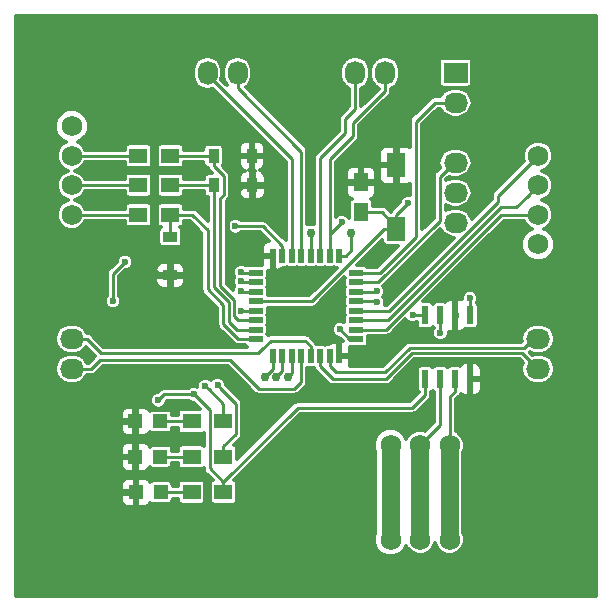
<source format=gbr>
G04 #@! TF.FileFunction,Copper,L1,Top,Signal*
%FSLAX46Y46*%
G04 Gerber Fmt 4.6, Leading zero omitted, Abs format (unit mm)*
G04 Created by KiCad (PCBNEW 4.0.5) date Thu Feb  9 17:30:12 2017*
%MOMM*%
%LPD*%
G01*
G04 APERTURE LIST*
%ADD10C,0.100000*%
%ADD11C,0.600000*%
%ADD12R,0.600000X1.550000*%
%ADD13C,0.750000*%
%ADD14C,4.064000*%
%ADD15R,1.750000X1.750000*%
%ADD16C,1.750000*%
%ADD17R,1.250000X1.500000*%
%ADD18R,0.910000X1.220000*%
%ADD19R,1.220000X0.910000*%
%ADD20R,1.198880X1.198880*%
%ADD21R,2.032000X1.727200*%
%ADD22O,2.032000X1.727200*%
%ADD23R,1.727200X2.032000*%
%ADD24O,1.727200X2.032000*%
%ADD25R,1.500000X1.300000*%
%ADD26R,1.600000X2.000000*%
%ADD27R,1.200000X0.600000*%
%ADD28R,0.600000X1.200000*%
%ADD29C,1.500000*%
%ADD30C,0.250000*%
%ADD31C,0.300000*%
G04 APERTURE END LIST*
D10*
D11*
X155000000Y-97500000D03*
X160000000Y-92500000D03*
X152500000Y-95000000D03*
X157500000Y-95000000D03*
X155000000Y-95000000D03*
X160000000Y-97500000D03*
X160000000Y-95000000D03*
X160000000Y-100000000D03*
X167500000Y-103500000D03*
X160000000Y-105800000D03*
X167500000Y-97500000D03*
X156250000Y-114500000D03*
X162500000Y-112500000D03*
X165000000Y-112500000D03*
X165000000Y-115000000D03*
X167500000Y-115000000D03*
X167500000Y-112500000D03*
X150000000Y-120000000D03*
X152500000Y-120000000D03*
X145000000Y-117500000D03*
X150000000Y-117500000D03*
X152500000Y-117500000D03*
X155000000Y-117500000D03*
X157500000Y-117500000D03*
X160000000Y-112500000D03*
X157500000Y-112500000D03*
X162500000Y-107500000D03*
X165000000Y-110000000D03*
X167500000Y-107500000D03*
X165000000Y-107500000D03*
X158000000Y-107500000D03*
X165000000Y-117500000D03*
X160000000Y-120000000D03*
D12*
X163905000Y-110800000D03*
X162635000Y-110800000D03*
X161365000Y-110800000D03*
X160095000Y-110800000D03*
X160095000Y-116200000D03*
X161365000Y-116200000D03*
X162635000Y-116200000D03*
X163905000Y-116200000D03*
D13*
X150400000Y-103800000D03*
X153800000Y-103800000D03*
X148500000Y-116000000D03*
X147500000Y-116000000D03*
D11*
X131500000Y-101000000D03*
X131500000Y-98500000D03*
X134000000Y-101000000D03*
X134000000Y-98500000D03*
X156000000Y-106000000D03*
X151000000Y-112000000D03*
X153000000Y-101000000D03*
X140500000Y-101000000D03*
X140500000Y-98500000D03*
X157500000Y-92500000D03*
X167500000Y-132500000D03*
X165000000Y-132500000D03*
X162500000Y-132500000D03*
X160000000Y-132500000D03*
X157500000Y-132500000D03*
X155000000Y-132500000D03*
X152500000Y-132500000D03*
X150000000Y-132500000D03*
X147500000Y-132500000D03*
X145000000Y-132500000D03*
X142500000Y-132500000D03*
X140000000Y-132500000D03*
X137500000Y-132500000D03*
X135000000Y-132500000D03*
X132500000Y-132500000D03*
X167500000Y-130000000D03*
X155000000Y-130000000D03*
X152500000Y-130000000D03*
X150000000Y-130000000D03*
X142500000Y-130000000D03*
X140000000Y-130000000D03*
X132500000Y-130000000D03*
X172500000Y-127500000D03*
X170000000Y-127500000D03*
X167500000Y-127500000D03*
X155000000Y-127500000D03*
X152500000Y-127500000D03*
X150000000Y-127500000D03*
X145000000Y-127500000D03*
X142500000Y-127500000D03*
X140000000Y-127500000D03*
X137500000Y-127500000D03*
X135000000Y-127500000D03*
X132500000Y-127500000D03*
X130000000Y-127500000D03*
X127500000Y-127500000D03*
X172500000Y-125000000D03*
X170000000Y-125000000D03*
X167500000Y-125000000D03*
X155000000Y-125000000D03*
X150000000Y-125000000D03*
X145000000Y-125000000D03*
X132500000Y-125000000D03*
X130000000Y-125000000D03*
X127500000Y-125000000D03*
X172500000Y-122500000D03*
X170000000Y-122500000D03*
X167500000Y-122500000D03*
X132500000Y-122500000D03*
X130000000Y-122500000D03*
X127500000Y-122500000D03*
X172500000Y-120000000D03*
X170000000Y-120000000D03*
X167500000Y-120000000D03*
X165000000Y-120000000D03*
X157500000Y-120000000D03*
X155000000Y-120000000D03*
X132500000Y-120000000D03*
X130000000Y-120000000D03*
X127500000Y-120000000D03*
X172500000Y-117500000D03*
X170000000Y-117500000D03*
X167500000Y-117500000D03*
X135000000Y-117500000D03*
X132500000Y-117500000D03*
X130000000Y-117500000D03*
X127500000Y-117500000D03*
X172500000Y-115000000D03*
X127500000Y-115000000D03*
X172500000Y-112500000D03*
X132500000Y-112500000D03*
X127500000Y-112500000D03*
X172500000Y-110000000D03*
X167500000Y-110000000D03*
X132500000Y-110000000D03*
X130000000Y-110000000D03*
X127500000Y-110000000D03*
X172500000Y-107500000D03*
X170000000Y-107500000D03*
X150000000Y-107500000D03*
X132500000Y-107500000D03*
X130000000Y-107500000D03*
X127500000Y-107500000D03*
X172500000Y-105000000D03*
X137500000Y-105000000D03*
X127500000Y-105000000D03*
X172500000Y-102500000D03*
X147500000Y-102500000D03*
X127500000Y-102500000D03*
X172500000Y-100000000D03*
X165000000Y-100000000D03*
X157500000Y-100000000D03*
X127500000Y-100000000D03*
X172500000Y-97500000D03*
X165000000Y-97500000D03*
X127500000Y-97500000D03*
X172500000Y-95000000D03*
X167500000Y-95000000D03*
X165000000Y-95000000D03*
X150000000Y-95000000D03*
X145000000Y-95000000D03*
X142500000Y-95000000D03*
X140000000Y-95000000D03*
X137500000Y-95000000D03*
X135000000Y-95000000D03*
X132500000Y-95000000D03*
X127500000Y-95000000D03*
X172500000Y-92500000D03*
X170000000Y-92500000D03*
X167500000Y-92500000D03*
X165000000Y-92500000D03*
X152500000Y-92500000D03*
X150000000Y-92500000D03*
X147500000Y-92500000D03*
X142500000Y-92500000D03*
X140000000Y-92500000D03*
X137500000Y-92500000D03*
X135000000Y-92500000D03*
X132500000Y-92500000D03*
X130000000Y-92500000D03*
X127500000Y-92500000D03*
X167500000Y-90000000D03*
X165000000Y-90000000D03*
X160000000Y-90000000D03*
X150000000Y-90000000D03*
X147500000Y-90000000D03*
X137500000Y-90000000D03*
X135000000Y-90000000D03*
X132500000Y-90000000D03*
X167500000Y-87500000D03*
X165000000Y-87500000D03*
X162500000Y-87500000D03*
X160000000Y-87500000D03*
X157500000Y-87500000D03*
X155000000Y-87500000D03*
X152500000Y-87500000D03*
X150000000Y-87500000D03*
X147500000Y-87500000D03*
X145000000Y-87500000D03*
X142500000Y-87500000D03*
X140000000Y-87500000D03*
X137500000Y-87500000D03*
X135000000Y-87500000D03*
X132500000Y-87500000D03*
D14*
X171000000Y-89000000D03*
X129000000Y-89000000D03*
X129000000Y-131000000D03*
X171000000Y-131000000D03*
D15*
X164660000Y-121780000D03*
D16*
X162160000Y-121780000D03*
X159660000Y-121780000D03*
X157160000Y-121780000D03*
D17*
X154660000Y-102030000D03*
X154660000Y-99530000D03*
D18*
X142175000Y-97280000D03*
X145445000Y-97280000D03*
X142190000Y-99780000D03*
X145460000Y-99780000D03*
D19*
X138510000Y-104145000D03*
X138510000Y-107415000D03*
D20*
X137709020Y-125780000D03*
X135610980Y-125780000D03*
X137660000Y-119780000D03*
X135561960Y-119780000D03*
X137660000Y-122780000D03*
X135561960Y-122780000D03*
D15*
X130160000Y-104780000D03*
D16*
X130160000Y-102280000D03*
X130160000Y-99780000D03*
X130160000Y-97280000D03*
X130160000Y-94780000D03*
D21*
X130160000Y-110240000D03*
D22*
X130160000Y-112780000D03*
X130160000Y-115320000D03*
D15*
X169660000Y-94780000D03*
D16*
X169660000Y-97280000D03*
X169660000Y-99780000D03*
X169660000Y-102280000D03*
X169660000Y-104780000D03*
D21*
X169660000Y-110240000D03*
D22*
X169660000Y-112780000D03*
X169660000Y-115320000D03*
D21*
X162660000Y-90240000D03*
D22*
X162660000Y-92780000D03*
X162660000Y-95320000D03*
X162660000Y-97860000D03*
X162660000Y-100400000D03*
X162660000Y-102940000D03*
D15*
X164660000Y-129780000D03*
D16*
X162160000Y-129780000D03*
X159660000Y-129780000D03*
X157160000Y-129780000D03*
D23*
X139120000Y-90280000D03*
D24*
X141660000Y-90280000D03*
X144200000Y-90280000D03*
D23*
X151620000Y-90280000D03*
D24*
X154160000Y-90280000D03*
X156700000Y-90280000D03*
D25*
X138510000Y-97280000D03*
X135810000Y-97280000D03*
X138510000Y-99780000D03*
X135810000Y-99780000D03*
X138510000Y-102280000D03*
X135810000Y-102280000D03*
X143010000Y-125780000D03*
X140310000Y-125780000D03*
X143010000Y-119780000D03*
X140310000Y-119780000D03*
X143010000Y-122780000D03*
X140310000Y-122780000D03*
D26*
X157660000Y-98080000D03*
X157660000Y-103480000D03*
D27*
X145750000Y-107200000D03*
X145750000Y-108000000D03*
X145750000Y-108800000D03*
X145750000Y-109600000D03*
X145750000Y-110400000D03*
X145750000Y-111200000D03*
X145750000Y-112000000D03*
X145750000Y-112800000D03*
D28*
X147200000Y-114250000D03*
X148000000Y-114250000D03*
X148800000Y-114250000D03*
X149600000Y-114250000D03*
X150400000Y-114250000D03*
X151200000Y-114250000D03*
X152000000Y-114250000D03*
X152800000Y-114250000D03*
D27*
X154250000Y-112800000D03*
X154250000Y-112000000D03*
X154250000Y-111200000D03*
X154250000Y-110400000D03*
X154250000Y-109600000D03*
X154250000Y-108800000D03*
X154250000Y-108000000D03*
X154250000Y-107200000D03*
D28*
X152800000Y-105750000D03*
X152000000Y-105750000D03*
X151200000Y-105750000D03*
X150400000Y-105750000D03*
X149600000Y-105750000D03*
X148800000Y-105750000D03*
X148000000Y-105750000D03*
X147200000Y-105750000D03*
D13*
X146500000Y-116000000D03*
D11*
X141016678Y-111338172D03*
X152508008Y-110005888D03*
X152510000Y-112955000D03*
X147260000Y-106980000D03*
X144532240Y-110426289D03*
X140530472Y-117487168D03*
X137500000Y-118000000D03*
X144516550Y-107122754D03*
X134660000Y-106280000D03*
X133660000Y-109580000D03*
X152860000Y-111980000D03*
X161369941Y-112291929D03*
X158660000Y-101280000D03*
X163890546Y-109340150D03*
X155999998Y-108773183D03*
X159033014Y-110779825D03*
X156000000Y-109642647D03*
X153011882Y-102927110D03*
X142508134Y-116731526D03*
X144522917Y-108722755D03*
X144025010Y-103249990D03*
X141484752Y-116768740D03*
X144510686Y-107922744D03*
D29*
X157160000Y-129780000D02*
X157160000Y-121780000D01*
D30*
X156660000Y-121280000D02*
X157160000Y-121780000D01*
X159660000Y-121780000D02*
X161365000Y-120075000D01*
X161365000Y-120075000D02*
X161365000Y-118669125D01*
X161365000Y-118669125D02*
X161365000Y-116200000D01*
D29*
X159660000Y-121780000D02*
X159660000Y-129780000D01*
D30*
X162160000Y-121780000D02*
X162160000Y-117700000D01*
X162160000Y-117700000D02*
X162635000Y-117225000D01*
X162635000Y-117225000D02*
X162635000Y-116200000D01*
D29*
X162160000Y-121780000D02*
X162160000Y-129780000D01*
D30*
X138510000Y-108831494D02*
X140716679Y-111038173D01*
X138510000Y-107415000D02*
X138510000Y-108831494D01*
X140716679Y-111038173D02*
X141016678Y-111338172D01*
X164660000Y-120300000D02*
X164660000Y-121780000D01*
X163900000Y-117230000D02*
X163900000Y-119540000D01*
X163900000Y-119540000D02*
X164660000Y-120300000D01*
X163905000Y-116200000D02*
X163905000Y-117225000D01*
X163905000Y-117225000D02*
X163900000Y-117230000D01*
X154700000Y-98100000D02*
X154660000Y-98140000D01*
X154660000Y-98140000D02*
X154660000Y-99530000D01*
X155965000Y-98100000D02*
X154700000Y-98100000D01*
X157660000Y-98080000D02*
X155985000Y-98080000D01*
X155985000Y-98080000D02*
X155965000Y-98100000D01*
X142387600Y-93700000D02*
X144287600Y-95600000D01*
X145445000Y-95845000D02*
X145200000Y-95600000D01*
X145200000Y-95600000D02*
X144287600Y-95600000D01*
X145445000Y-97280000D02*
X145445000Y-95845000D01*
X164660000Y-130905000D02*
X164600000Y-130965000D01*
X128410000Y-111200000D02*
X128410000Y-118780000D01*
X128400000Y-110300000D02*
X128410000Y-110310000D01*
X128410000Y-110310000D02*
X128410000Y-111200000D01*
X128460000Y-110240000D02*
X128400000Y-110300000D01*
X130160000Y-110240000D02*
X128460000Y-110240000D01*
X130160000Y-104780000D02*
X128520000Y-104780000D01*
X128520000Y-104780000D02*
X128400000Y-104660000D01*
X128400000Y-104660000D02*
X128400000Y-94540000D01*
X128400000Y-94540000D02*
X132660000Y-90280000D01*
X132660000Y-90280000D02*
X139120000Y-90280000D01*
X139120000Y-90280000D02*
X139120000Y-92920000D01*
X139120000Y-92920000D02*
X139900000Y-93700000D01*
X139900000Y-93700000D02*
X142387600Y-93700000D01*
X139120000Y-90280000D02*
X139120000Y-88320000D01*
X139120000Y-88320000D02*
X139140000Y-88300000D01*
X139140000Y-88300000D02*
X151500000Y-88300000D01*
X151500000Y-88300000D02*
X151620000Y-88420000D01*
X151620000Y-88420000D02*
X151620000Y-90280000D01*
X166700000Y-94780000D02*
X166700000Y-92300000D01*
X166700000Y-92300000D02*
X166700000Y-91700000D01*
X166700000Y-90900000D02*
X166700000Y-92300000D01*
X163700000Y-87900000D02*
X166700000Y-90900000D01*
X163600000Y-87900000D02*
X163700000Y-87900000D01*
X164400000Y-88700000D02*
X163700000Y-88000000D01*
X163700000Y-88000000D02*
X163600000Y-87900000D01*
X162660000Y-95320000D02*
X163926000Y-95320000D01*
X163600000Y-87900000D02*
X161300000Y-87900000D01*
X158600000Y-90600000D02*
X158600000Y-91835398D01*
X161300000Y-87900000D02*
X158600000Y-90600000D01*
X158600000Y-91835398D02*
X157660000Y-92775398D01*
X157660000Y-92775398D02*
X157660000Y-98080000D01*
X169660000Y-110240000D02*
X167960000Y-110240000D01*
X167960000Y-110240000D02*
X167500000Y-110700000D01*
X167500000Y-110700000D02*
X167600000Y-110600000D01*
X166400000Y-112600000D02*
X167500000Y-111500000D01*
X167500000Y-111500000D02*
X167500000Y-110700000D01*
X162870000Y-112600000D02*
X166400000Y-112600000D01*
X162635000Y-112365000D02*
X162870000Y-112600000D01*
X162635000Y-110800000D02*
X162635000Y-112365000D01*
X152800000Y-114250000D02*
X152800000Y-114550000D01*
X152210001Y-110303895D02*
X152508008Y-110005888D01*
X152210001Y-112655001D02*
X152210001Y-110303895D01*
X152510000Y-112955000D02*
X152210001Y-112655001D01*
X143400000Y-104200000D02*
X144950000Y-105750000D01*
X144950000Y-105750000D02*
X147200000Y-105750000D01*
X143400000Y-101135000D02*
X143400000Y-104200000D01*
X145460000Y-99780000D02*
X144755000Y-99780000D01*
X144755000Y-99780000D02*
X143400000Y-101135000D01*
X164660000Y-129780000D02*
X165785000Y-129780000D01*
X165785000Y-129780000D02*
X172160000Y-123405000D01*
X164660000Y-130905000D02*
X164660000Y-129780000D01*
D29*
X164660000Y-129780000D02*
X164660000Y-121780000D01*
D30*
X172160000Y-123405000D02*
X172160000Y-122462000D01*
X162943000Y-132622000D02*
X164660000Y-130905000D01*
X131285000Y-104780000D02*
X130160000Y-104780000D01*
X135015000Y-104780000D02*
X131285000Y-104780000D01*
X137650000Y-107415000D02*
X135015000Y-104780000D01*
X138510000Y-107415000D02*
X137650000Y-107415000D01*
X152800000Y-114250000D02*
X152800000Y-113245000D01*
X152800000Y-113245000D02*
X152510000Y-112955000D01*
X147260000Y-106980000D02*
X147260000Y-105810000D01*
X147260000Y-105810000D02*
X147200000Y-105750000D01*
X134280000Y-132622000D02*
X154854000Y-132622000D01*
X154854000Y-132622000D02*
X162943000Y-132622000D01*
X172160000Y-122462000D02*
X172160000Y-119780000D01*
X128410000Y-118780000D02*
X128410000Y-126752000D01*
X128410000Y-126752000D02*
X134280000Y-132622000D01*
X145445000Y-97280000D02*
X145445000Y-99765000D01*
X145445000Y-99765000D02*
X145460000Y-99780000D01*
X135561960Y-119780000D02*
X129410000Y-119780000D01*
X129410000Y-119780000D02*
X128410000Y-118780000D01*
X172160000Y-119780000D02*
X172160000Y-112587600D01*
X135561960Y-122780000D02*
X135561960Y-125730980D01*
X135561960Y-125730980D02*
X135610980Y-125780000D01*
X135561960Y-119780000D02*
X135561960Y-122780000D01*
X172160000Y-112587600D02*
X169812400Y-110240000D01*
X169812400Y-110240000D02*
X169660000Y-110240000D01*
X162660000Y-95320000D02*
X166160000Y-95320000D01*
X169660000Y-94780000D02*
X166700000Y-94780000D01*
X166700000Y-94780000D02*
X166160000Y-95320000D01*
X172410000Y-107642400D02*
X172410000Y-96405000D01*
X172410000Y-96405000D02*
X170785000Y-94780000D01*
X170785000Y-94780000D02*
X169660000Y-94780000D01*
X169812400Y-110240000D02*
X172410000Y-107642400D01*
X130160000Y-110240000D02*
X130160000Y-104780000D01*
X144558529Y-110400000D02*
X144532240Y-110426289D01*
X145750000Y-110400000D02*
X144558529Y-110400000D01*
X143010000Y-124880000D02*
X149290000Y-118600000D01*
X149290000Y-118600000D02*
X158995000Y-118600000D01*
X158995000Y-118600000D02*
X160095000Y-117500000D01*
X160095000Y-117500000D02*
X160095000Y-116200000D01*
X143010000Y-125780000D02*
X143010000Y-124880000D01*
X140830471Y-117787167D02*
X140530472Y-117487168D01*
X137500000Y-118000000D02*
X138012832Y-117487168D01*
X140106208Y-117487168D02*
X140530472Y-117487168D01*
X141860000Y-123730000D02*
X141860000Y-118816696D01*
X138012832Y-117487168D02*
X140106208Y-117487168D01*
X141860000Y-118816696D02*
X140830471Y-117787167D01*
X143010000Y-124880000D02*
X141860000Y-123730000D01*
X145750000Y-107200000D02*
X144593796Y-107200000D01*
X144593796Y-107200000D02*
X144516550Y-107122754D01*
X133660000Y-109580000D02*
X133660000Y-107280000D01*
X133660000Y-107280000D02*
X134660000Y-106280000D01*
X152860000Y-111980000D02*
X153680000Y-112800000D01*
X153680000Y-112800000D02*
X154250000Y-112800000D01*
X161365000Y-112286988D02*
X161369941Y-112291929D01*
X161365000Y-110800000D02*
X161365000Y-112286988D01*
X150484999Y-109605001D02*
X156610000Y-103480000D01*
X145750000Y-109600000D02*
X146600000Y-109600000D01*
X146605001Y-109605001D02*
X150484999Y-109605001D01*
X146600000Y-109600000D02*
X146605001Y-109605001D01*
X156610000Y-103480000D02*
X157660000Y-103480000D01*
X158660000Y-101280000D02*
X157660000Y-102280000D01*
X157660000Y-102280000D02*
X157660000Y-103480000D01*
X154660000Y-102030000D02*
X156410000Y-102030000D01*
X156410000Y-102030000D02*
X157660000Y-103280000D01*
X157660000Y-103280000D02*
X157660000Y-103480000D01*
X143495889Y-109080000D02*
X143907230Y-109491341D01*
X143907230Y-109491341D02*
X143907230Y-110836945D01*
X144270285Y-111200000D02*
X145750000Y-111200000D01*
X143907230Y-110836945D02*
X144270285Y-111200000D01*
X142749991Y-100890009D02*
X142749991Y-108334102D01*
X143060000Y-100580000D02*
X142749991Y-100890009D01*
X143060000Y-99025000D02*
X143060000Y-100580000D01*
X142749991Y-108334102D02*
X143495889Y-109080000D01*
X142175000Y-98140000D02*
X143060000Y-99025000D01*
X142175000Y-97280000D02*
X142175000Y-98140000D01*
X143495889Y-109080000D02*
X143495888Y-109080000D01*
X138510000Y-97280000D02*
X142175000Y-97280000D01*
X143457219Y-109677741D02*
X143457219Y-111316183D01*
X142190000Y-108410522D02*
X143457219Y-109677741D01*
X142190000Y-99780000D02*
X142190000Y-108410522D01*
X144141036Y-112000000D02*
X144900000Y-112000000D01*
X143457219Y-111316183D02*
X144141036Y-112000000D01*
X144900000Y-112000000D02*
X145750000Y-112000000D01*
X138510000Y-99780000D02*
X142190000Y-99780000D01*
X141660000Y-103580000D02*
X140360000Y-102280000D01*
X143007208Y-109927208D02*
X141660000Y-108580000D01*
X145750000Y-112800000D02*
X144254996Y-112800000D01*
X143007208Y-111552212D02*
X143007208Y-109927208D01*
X144254996Y-112800000D02*
X143007208Y-111552212D01*
X141660000Y-108580000D02*
X141660000Y-103580000D01*
X140360000Y-102280000D02*
X138510000Y-102280000D01*
X138510000Y-104145000D02*
X138510000Y-102280000D01*
X140310000Y-122780000D02*
X137660000Y-122780000D01*
X163905000Y-109354604D02*
X163890546Y-109340150D01*
X163905000Y-110800000D02*
X163905000Y-109354604D01*
X155973181Y-108800000D02*
X155999998Y-108773183D01*
X154250000Y-108800000D02*
X155973181Y-108800000D01*
X160095000Y-110800000D02*
X159053189Y-110800000D01*
X159053189Y-110800000D02*
X159033014Y-110779825D01*
X155957353Y-109600000D02*
X156000000Y-109642647D01*
X154250000Y-109600000D02*
X155957353Y-109600000D01*
X135810000Y-97280000D02*
X130160000Y-97280000D01*
X130160000Y-99780000D02*
X135810000Y-99780000D01*
X130160000Y-102280000D02*
X135810000Y-102280000D01*
X154250000Y-107200000D02*
X156250811Y-107200000D01*
X156250811Y-107200000D02*
X159300000Y-104150811D01*
X159300000Y-104150811D02*
X159300000Y-94400000D01*
X159300000Y-94400000D02*
X160920000Y-92780000D01*
X160920000Y-92780000D02*
X162660000Y-92780000D01*
X154250000Y-108000000D02*
X156087222Y-108000000D01*
X156087222Y-108000000D02*
X161318990Y-102768232D01*
X161318990Y-102768232D02*
X161318990Y-99048610D01*
X161318990Y-99048610D02*
X162507600Y-97860000D01*
X162507600Y-97860000D02*
X162660000Y-97860000D01*
X152000000Y-105750000D02*
X152000000Y-97590000D01*
X152000000Y-97590000D02*
X154000000Y-95590000D01*
X154000000Y-95590000D02*
X154000000Y-94500000D01*
X154000000Y-94500000D02*
X156700000Y-91800000D01*
X156700000Y-91800000D02*
X156700000Y-90280000D01*
X152711883Y-103227109D02*
X153011882Y-102927110D01*
X152000000Y-103938992D02*
X152711883Y-103227109D01*
X152000000Y-105750000D02*
X152000000Y-103938992D01*
X130160000Y-115320000D02*
X131820000Y-115320000D01*
X131820000Y-115320000D02*
X132560000Y-114580000D01*
X132560000Y-114580000D02*
X143580000Y-114580000D01*
X143580000Y-114580000D02*
X146000000Y-117000000D01*
X146000000Y-117000000D02*
X149000000Y-117000000D01*
X149000000Y-117000000D02*
X149600000Y-116400000D01*
X149600000Y-116400000D02*
X149600000Y-114250000D01*
X150400000Y-114250000D02*
X150400000Y-113400000D01*
X150400000Y-113400000D02*
X149930000Y-112930000D01*
X132626000Y-113980000D02*
X131426000Y-112780000D01*
X149930000Y-112930000D02*
X147034998Y-112930000D01*
X147034998Y-112930000D02*
X146284998Y-113680000D01*
X146284998Y-113680000D02*
X146260000Y-113680000D01*
X146260000Y-113680000D02*
X145960000Y-113980000D01*
X145960000Y-113980000D02*
X132626000Y-113980000D01*
X131426000Y-112780000D02*
X130160000Y-112780000D01*
X169660000Y-102280000D02*
X166520000Y-102280000D01*
X166520000Y-102280000D02*
X156800000Y-112000000D01*
X156800000Y-112000000D02*
X154250000Y-112000000D01*
X168785001Y-100654999D02*
X169660000Y-99780000D01*
X167789989Y-101650011D02*
X168785001Y-100654999D01*
X166513579Y-101650011D02*
X167789989Y-101650011D01*
X156963590Y-111200000D02*
X166513579Y-101650011D01*
X154250000Y-111200000D02*
X156963590Y-111200000D01*
X157033348Y-110400000D02*
X154250000Y-110400000D01*
X166233348Y-101200000D02*
X157033348Y-110400000D01*
X169660000Y-97280000D02*
X166233348Y-100706652D01*
X166233348Y-100706652D02*
X166233348Y-101200000D01*
X154250000Y-110400000D02*
X156604011Y-110400000D01*
X151200000Y-114250000D02*
X151200000Y-115100000D01*
X152300000Y-116200000D02*
X156750000Y-116200000D01*
X151200000Y-115100000D02*
X152300000Y-116200000D01*
X156750000Y-116200000D02*
X158950000Y-114000000D01*
X158950000Y-114000000D02*
X168300000Y-114000000D01*
X169620000Y-115320000D02*
X169660000Y-115320000D01*
X168300000Y-114000000D02*
X169620000Y-115320000D01*
X169660000Y-115320000D02*
X169660000Y-115160000D01*
X169660000Y-112780000D02*
X169220000Y-112780000D01*
X152500000Y-115600000D02*
X152000000Y-115100000D01*
X169220000Y-112780000D02*
X168450011Y-113549989D01*
X158763600Y-113549989D02*
X156713590Y-115600000D01*
X168450011Y-113549989D02*
X158763600Y-113549989D01*
X156713590Y-115600000D02*
X152500000Y-115600000D01*
X152000000Y-115100000D02*
X152000000Y-114250000D01*
X154160000Y-90280000D02*
X154160000Y-93300000D01*
X153300000Y-95390000D02*
X153300000Y-94160000D01*
X153300000Y-94160000D02*
X154160000Y-93300000D01*
X153300000Y-95390000D02*
X151200000Y-97490000D01*
X151200000Y-97490000D02*
X151200000Y-105750000D01*
X142808133Y-117031525D02*
X142508134Y-116731526D01*
X144085001Y-118308393D02*
X142808133Y-117031525D01*
X144085001Y-120804999D02*
X144085001Y-118308393D01*
X143010000Y-121880000D02*
X144085001Y-120804999D01*
X143010000Y-122780000D02*
X143010000Y-121880000D01*
X145750000Y-108800000D02*
X144600162Y-108800000D01*
X144600162Y-108800000D02*
X144522917Y-108722755D01*
X144449274Y-103249990D02*
X144025010Y-103249990D01*
X148000000Y-104900000D02*
X146349990Y-103249990D01*
X148000000Y-105750000D02*
X148000000Y-104900000D01*
X146349990Y-103249990D02*
X144449274Y-103249990D01*
X141784751Y-117068739D02*
X141484752Y-116768740D01*
X143010000Y-118293988D02*
X141784751Y-117068739D01*
X143010000Y-119780000D02*
X143010000Y-118293988D01*
X144587942Y-108000000D02*
X144510686Y-107922744D01*
X145750000Y-108000000D02*
X144587942Y-108000000D01*
X144200000Y-91546000D02*
X149600000Y-96946000D01*
X149600000Y-105750000D02*
X149600000Y-99430000D01*
X144200000Y-90280000D02*
X144200000Y-91546000D01*
X149600000Y-96946000D02*
X149600000Y-99430000D01*
X141660000Y-90280000D02*
X141660000Y-90432400D01*
X141660000Y-90432400D02*
X148800000Y-97572400D01*
X148800000Y-97572400D02*
X148800000Y-104900000D01*
X148800000Y-104900000D02*
X148800000Y-105750000D01*
X137709020Y-125780000D02*
X140310000Y-125780000D01*
X140310000Y-119780000D02*
X137660000Y-119780000D01*
X147200000Y-114250000D02*
X147200000Y-115300000D01*
X147200000Y-115300000D02*
X146500000Y-116000000D01*
X148000000Y-115500000D02*
X148000000Y-114250000D01*
X147500000Y-116000000D02*
X148000000Y-115500000D01*
X148800000Y-114250000D02*
X148800000Y-115700000D01*
X148800000Y-115700000D02*
X148500000Y-116000000D01*
X153800000Y-103800000D02*
X153800000Y-105300000D01*
X153800000Y-105300000D02*
X153350000Y-105750000D01*
X153350000Y-105750000D02*
X152800000Y-105750000D01*
X150400000Y-105750000D02*
X150400000Y-103800000D01*
D31*
G36*
X174525000Y-134525000D02*
X125475000Y-134525000D01*
X125475000Y-126048500D01*
X134353540Y-126048500D01*
X134353540Y-126510325D01*
X134453715Y-126752167D01*
X134638813Y-126937266D01*
X134880656Y-127037440D01*
X135342480Y-127037440D01*
X135506980Y-126872940D01*
X135506980Y-125884000D01*
X134518040Y-125884000D01*
X134353540Y-126048500D01*
X125475000Y-126048500D01*
X125475000Y-125049675D01*
X134353540Y-125049675D01*
X134353540Y-125511500D01*
X134518040Y-125676000D01*
X135506980Y-125676000D01*
X135506980Y-124687060D01*
X135714980Y-124687060D01*
X135714980Y-125676000D01*
X135734980Y-125676000D01*
X135734980Y-125884000D01*
X135714980Y-125884000D01*
X135714980Y-126872940D01*
X135879480Y-127037440D01*
X136341304Y-127037440D01*
X136583147Y-126937266D01*
X136768245Y-126752167D01*
X136809698Y-126652091D01*
X136817240Y-126663812D01*
X136950909Y-126755144D01*
X137109580Y-126787276D01*
X138308460Y-126787276D01*
X138456691Y-126759384D01*
X138592832Y-126671780D01*
X138684164Y-126538111D01*
X138716296Y-126379440D01*
X138716296Y-126305000D01*
X139152164Y-126305000D01*
X139152164Y-126430000D01*
X139180056Y-126578231D01*
X139267660Y-126714372D01*
X139401329Y-126805704D01*
X139560000Y-126837836D01*
X141060000Y-126837836D01*
X141208231Y-126809944D01*
X141344372Y-126722340D01*
X141435704Y-126588671D01*
X141467836Y-126430000D01*
X141467836Y-125130000D01*
X141439944Y-124981769D01*
X141352340Y-124845628D01*
X141218671Y-124754296D01*
X141060000Y-124722164D01*
X139560000Y-124722164D01*
X139411769Y-124750056D01*
X139275628Y-124837660D01*
X139184296Y-124971329D01*
X139152164Y-125130000D01*
X139152164Y-125255000D01*
X138716296Y-125255000D01*
X138716296Y-125180560D01*
X138688404Y-125032329D01*
X138600800Y-124896188D01*
X138467131Y-124804856D01*
X138308460Y-124772724D01*
X137109580Y-124772724D01*
X136961349Y-124800616D01*
X136825208Y-124888220D01*
X136810474Y-124909783D01*
X136768245Y-124807833D01*
X136583147Y-124622734D01*
X136341304Y-124522560D01*
X135879480Y-124522560D01*
X135714980Y-124687060D01*
X135506980Y-124687060D01*
X135342480Y-124522560D01*
X134880656Y-124522560D01*
X134638813Y-124622734D01*
X134453715Y-124807833D01*
X134353540Y-125049675D01*
X125475000Y-125049675D01*
X125475000Y-123048500D01*
X134304520Y-123048500D01*
X134304520Y-123510325D01*
X134404695Y-123752167D01*
X134589793Y-123937266D01*
X134831636Y-124037440D01*
X135293460Y-124037440D01*
X135457960Y-123872940D01*
X135457960Y-122884000D01*
X134469020Y-122884000D01*
X134304520Y-123048500D01*
X125475000Y-123048500D01*
X125475000Y-122049675D01*
X134304520Y-122049675D01*
X134304520Y-122511500D01*
X134469020Y-122676000D01*
X135457960Y-122676000D01*
X135457960Y-121687060D01*
X135293460Y-121522560D01*
X134831636Y-121522560D01*
X134589793Y-121622734D01*
X134404695Y-121807833D01*
X134304520Y-122049675D01*
X125475000Y-122049675D01*
X125475000Y-120048500D01*
X134304520Y-120048500D01*
X134304520Y-120510325D01*
X134404695Y-120752167D01*
X134589793Y-120937266D01*
X134831636Y-121037440D01*
X135293460Y-121037440D01*
X135457960Y-120872940D01*
X135457960Y-119884000D01*
X134469020Y-119884000D01*
X134304520Y-120048500D01*
X125475000Y-120048500D01*
X125475000Y-119049675D01*
X134304520Y-119049675D01*
X134304520Y-119511500D01*
X134469020Y-119676000D01*
X135457960Y-119676000D01*
X135457960Y-118687060D01*
X135665960Y-118687060D01*
X135665960Y-119676000D01*
X135685960Y-119676000D01*
X135685960Y-119884000D01*
X135665960Y-119884000D01*
X135665960Y-120872940D01*
X135830460Y-121037440D01*
X136292284Y-121037440D01*
X136534127Y-120937266D01*
X136719225Y-120752167D01*
X136760678Y-120652091D01*
X136768220Y-120663812D01*
X136901889Y-120755144D01*
X137060560Y-120787276D01*
X138259440Y-120787276D01*
X138407671Y-120759384D01*
X138543812Y-120671780D01*
X138635144Y-120538111D01*
X138667276Y-120379440D01*
X138667276Y-120305000D01*
X139152164Y-120305000D01*
X139152164Y-120430000D01*
X139180056Y-120578231D01*
X139267660Y-120714372D01*
X139401329Y-120805704D01*
X139560000Y-120837836D01*
X141060000Y-120837836D01*
X141208231Y-120809944D01*
X141335000Y-120728371D01*
X141335000Y-121833780D01*
X141218671Y-121754296D01*
X141060000Y-121722164D01*
X139560000Y-121722164D01*
X139411769Y-121750056D01*
X139275628Y-121837660D01*
X139184296Y-121971329D01*
X139152164Y-122130000D01*
X139152164Y-122255000D01*
X138667276Y-122255000D01*
X138667276Y-122180560D01*
X138639384Y-122032329D01*
X138551780Y-121896188D01*
X138418111Y-121804856D01*
X138259440Y-121772724D01*
X137060560Y-121772724D01*
X136912329Y-121800616D01*
X136776188Y-121888220D01*
X136761454Y-121909783D01*
X136719225Y-121807833D01*
X136534127Y-121622734D01*
X136292284Y-121522560D01*
X135830460Y-121522560D01*
X135665960Y-121687060D01*
X135665960Y-122676000D01*
X135685960Y-122676000D01*
X135685960Y-122884000D01*
X135665960Y-122884000D01*
X135665960Y-123872940D01*
X135830460Y-124037440D01*
X136292284Y-124037440D01*
X136534127Y-123937266D01*
X136719225Y-123752167D01*
X136760678Y-123652091D01*
X136768220Y-123663812D01*
X136901889Y-123755144D01*
X137060560Y-123787276D01*
X138259440Y-123787276D01*
X138407671Y-123759384D01*
X138543812Y-123671780D01*
X138635144Y-123538111D01*
X138667276Y-123379440D01*
X138667276Y-123305000D01*
X139152164Y-123305000D01*
X139152164Y-123430000D01*
X139180056Y-123578231D01*
X139267660Y-123714372D01*
X139401329Y-123805704D01*
X139560000Y-123837836D01*
X141060000Y-123837836D01*
X141208231Y-123809944D01*
X141335000Y-123728371D01*
X141335000Y-123730000D01*
X141374963Y-123930909D01*
X141488769Y-124101231D01*
X142133504Y-124745966D01*
X142111769Y-124750056D01*
X141975628Y-124837660D01*
X141884296Y-124971329D01*
X141852164Y-125130000D01*
X141852164Y-126430000D01*
X141880056Y-126578231D01*
X141967660Y-126714372D01*
X142101329Y-126805704D01*
X142260000Y-126837836D01*
X143760000Y-126837836D01*
X143908231Y-126809944D01*
X144044372Y-126722340D01*
X144135704Y-126588671D01*
X144167836Y-126430000D01*
X144167836Y-125130000D01*
X144139944Y-124981769D01*
X144052340Y-124845628D01*
X143918671Y-124754296D01*
X143884987Y-124747475D01*
X149507462Y-119125000D01*
X158995000Y-119125000D01*
X159195909Y-119085037D01*
X159366231Y-118971231D01*
X160466231Y-117871231D01*
X160580037Y-117700909D01*
X160620000Y-117500000D01*
X160620000Y-117305545D01*
X160679372Y-117267340D01*
X160730055Y-117193162D01*
X160772660Y-117259372D01*
X160840000Y-117305383D01*
X160840000Y-119857538D01*
X160110870Y-120586668D01*
X159914726Y-120505222D01*
X159407499Y-120504779D01*
X158938714Y-120698477D01*
X158579738Y-121056827D01*
X158491172Y-121270117D01*
X158368760Y-120973857D01*
X157968251Y-120572649D01*
X157444693Y-120355248D01*
X156877794Y-120354754D01*
X156353857Y-120571240D01*
X155952649Y-120971749D01*
X155735248Y-121495307D01*
X155734754Y-122062206D01*
X155860000Y-122365325D01*
X155860000Y-129194872D01*
X155735248Y-129495307D01*
X155734754Y-130062206D01*
X155951240Y-130586143D01*
X156351749Y-130987351D01*
X156875307Y-131204752D01*
X157442206Y-131205246D01*
X157966143Y-130988760D01*
X158367351Y-130588251D01*
X158491186Y-130290025D01*
X158578477Y-130501286D01*
X158936827Y-130860262D01*
X159405274Y-131054778D01*
X159912501Y-131055221D01*
X160381286Y-130861523D01*
X160740262Y-130503173D01*
X160910178Y-130093970D01*
X161078477Y-130501286D01*
X161436827Y-130860262D01*
X161905274Y-131054778D01*
X162412501Y-131055221D01*
X162881286Y-130861523D01*
X163240262Y-130503173D01*
X163434778Y-130034726D01*
X163435221Y-129527499D01*
X163310000Y-129224441D01*
X163310000Y-122335225D01*
X163434778Y-122034726D01*
X163435221Y-121527499D01*
X163241523Y-121058714D01*
X162883173Y-120699738D01*
X162685000Y-120617449D01*
X162685000Y-117917462D01*
X163006231Y-117596231D01*
X163120037Y-117425909D01*
X163120920Y-117421472D01*
X163232273Y-117532825D01*
X163474115Y-117633000D01*
X163636500Y-117633000D01*
X163801000Y-117468500D01*
X163801000Y-116304000D01*
X164009000Y-116304000D01*
X164009000Y-117468500D01*
X164173500Y-117633000D01*
X164335885Y-117633000D01*
X164577727Y-117532825D01*
X164762826Y-117347727D01*
X164863000Y-117105884D01*
X164863000Y-116468500D01*
X164698500Y-116304000D01*
X164009000Y-116304000D01*
X163801000Y-116304000D01*
X163781000Y-116304000D01*
X163781000Y-116096000D01*
X163801000Y-116096000D01*
X163801000Y-114931500D01*
X164009000Y-114931500D01*
X164009000Y-116096000D01*
X164698500Y-116096000D01*
X164863000Y-115931500D01*
X164863000Y-115294116D01*
X164762826Y-115052273D01*
X164577727Y-114867175D01*
X164335885Y-114767000D01*
X164173500Y-114767000D01*
X164009000Y-114931500D01*
X163801000Y-114931500D01*
X163636500Y-114767000D01*
X163474115Y-114767000D01*
X163232273Y-114867175D01*
X163057480Y-115041967D01*
X162935000Y-115017164D01*
X162335000Y-115017164D01*
X162186769Y-115045056D01*
X162050628Y-115132660D01*
X161999945Y-115206838D01*
X161957340Y-115140628D01*
X161823671Y-115049296D01*
X161665000Y-115017164D01*
X161065000Y-115017164D01*
X160916769Y-115045056D01*
X160780628Y-115132660D01*
X160729945Y-115206838D01*
X160687340Y-115140628D01*
X160553671Y-115049296D01*
X160395000Y-115017164D01*
X159795000Y-115017164D01*
X159646769Y-115045056D01*
X159510628Y-115132660D01*
X159419296Y-115266329D01*
X159387164Y-115425000D01*
X159387164Y-116975000D01*
X159415056Y-117123231D01*
X159502660Y-117259372D01*
X159556428Y-117296110D01*
X158777538Y-118075000D01*
X149290000Y-118075000D01*
X149089091Y-118114963D01*
X148918769Y-118228769D01*
X144167836Y-122979702D01*
X144167836Y-122130000D01*
X144139944Y-121981769D01*
X144052340Y-121845628D01*
X143918671Y-121754296D01*
X143884987Y-121747475D01*
X144456232Y-121176230D01*
X144570038Y-121005908D01*
X144610001Y-120804999D01*
X144610001Y-118308393D01*
X144570038Y-118107484D01*
X144456232Y-117937162D01*
X143208171Y-116689101D01*
X143208255Y-116592898D01*
X143101911Y-116335526D01*
X142905170Y-116138441D01*
X142647984Y-116031648D01*
X142369506Y-116031405D01*
X142112134Y-116137749D01*
X141977807Y-116271842D01*
X141881788Y-116175655D01*
X141624602Y-116068862D01*
X141346124Y-116068619D01*
X141088752Y-116174963D01*
X140891667Y-116371704D01*
X140784874Y-116628890D01*
X140784694Y-116834782D01*
X140670322Y-116787290D01*
X140391844Y-116787047D01*
X140134472Y-116893391D01*
X140065575Y-116962168D01*
X138012832Y-116962168D01*
X137811923Y-117002131D01*
X137641601Y-117115937D01*
X137457575Y-117299963D01*
X137361372Y-117299879D01*
X137104000Y-117406223D01*
X136906915Y-117602964D01*
X136800122Y-117860150D01*
X136799879Y-118138628D01*
X136906223Y-118396000D01*
X137102964Y-118593085D01*
X137360150Y-118699878D01*
X137638628Y-118700121D01*
X137896000Y-118593777D01*
X138093085Y-118397036D01*
X138199878Y-118139850D01*
X138199963Y-118042499D01*
X138230294Y-118012168D01*
X140065470Y-118012168D01*
X140133436Y-118080253D01*
X140390622Y-118187046D01*
X140487973Y-118187131D01*
X141023006Y-118722164D01*
X139560000Y-118722164D01*
X139411769Y-118750056D01*
X139275628Y-118837660D01*
X139184296Y-118971329D01*
X139152164Y-119130000D01*
X139152164Y-119255000D01*
X138667276Y-119255000D01*
X138667276Y-119180560D01*
X138639384Y-119032329D01*
X138551780Y-118896188D01*
X138418111Y-118804856D01*
X138259440Y-118772724D01*
X137060560Y-118772724D01*
X136912329Y-118800616D01*
X136776188Y-118888220D01*
X136761454Y-118909783D01*
X136719225Y-118807833D01*
X136534127Y-118622734D01*
X136292284Y-118522560D01*
X135830460Y-118522560D01*
X135665960Y-118687060D01*
X135457960Y-118687060D01*
X135293460Y-118522560D01*
X134831636Y-118522560D01*
X134589793Y-118622734D01*
X134404695Y-118807833D01*
X134304520Y-119049675D01*
X125475000Y-119049675D01*
X125475000Y-112780000D01*
X128716259Y-112780000D01*
X128812445Y-113263559D01*
X129086359Y-113673500D01*
X129496300Y-113947414D01*
X129979859Y-114043600D01*
X130340141Y-114043600D01*
X130823700Y-113947414D01*
X131233641Y-113673500D01*
X131371187Y-113467649D01*
X132150538Y-114247000D01*
X131602538Y-114795000D01*
X131479865Y-114795000D01*
X131233641Y-114426500D01*
X130823700Y-114152586D01*
X130340141Y-114056400D01*
X129979859Y-114056400D01*
X129496300Y-114152586D01*
X129086359Y-114426500D01*
X128812445Y-114836441D01*
X128716259Y-115320000D01*
X128812445Y-115803559D01*
X129086359Y-116213500D01*
X129496300Y-116487414D01*
X129979859Y-116583600D01*
X130340141Y-116583600D01*
X130823700Y-116487414D01*
X131233641Y-116213500D01*
X131479865Y-115845000D01*
X131820000Y-115845000D01*
X132020909Y-115805037D01*
X132191231Y-115691231D01*
X132777462Y-115105000D01*
X143362538Y-115105000D01*
X145628769Y-117371231D01*
X145799091Y-117485037D01*
X146000000Y-117525000D01*
X149000000Y-117525000D01*
X149200909Y-117485037D01*
X149371231Y-117371231D01*
X149971231Y-116771231D01*
X150085037Y-116600909D01*
X150125000Y-116400000D01*
X150125000Y-115257836D01*
X150700000Y-115257836D01*
X150706165Y-115256676D01*
X150714963Y-115300909D01*
X150828769Y-115471231D01*
X151928769Y-116571231D01*
X152099091Y-116685037D01*
X152300000Y-116725000D01*
X156750000Y-116725000D01*
X156950909Y-116685037D01*
X157121231Y-116571231D01*
X159167462Y-114525000D01*
X168082538Y-114525000D01*
X168345103Y-114787565D01*
X168312445Y-114836441D01*
X168216259Y-115320000D01*
X168312445Y-115803559D01*
X168586359Y-116213500D01*
X168996300Y-116487414D01*
X169479859Y-116583600D01*
X169840141Y-116583600D01*
X170323700Y-116487414D01*
X170733641Y-116213500D01*
X171007555Y-115803559D01*
X171103741Y-115320000D01*
X171007555Y-114836441D01*
X170733641Y-114426500D01*
X170323700Y-114152586D01*
X169840141Y-114056400D01*
X169479859Y-114056400D01*
X169162074Y-114119612D01*
X168976940Y-113934478D01*
X168996300Y-113947414D01*
X169479859Y-114043600D01*
X169840141Y-114043600D01*
X170323700Y-113947414D01*
X170733641Y-113673500D01*
X171007555Y-113263559D01*
X171103741Y-112780000D01*
X171007555Y-112296441D01*
X170733641Y-111886500D01*
X170323700Y-111612586D01*
X169840141Y-111516400D01*
X169479859Y-111516400D01*
X168996300Y-111612586D01*
X168586359Y-111886500D01*
X168312445Y-112296441D01*
X168216259Y-112780000D01*
X168259608Y-112997930D01*
X168232549Y-113024989D01*
X158763600Y-113024989D01*
X158562691Y-113064952D01*
X158392369Y-113178758D01*
X156496128Y-115075000D01*
X153719016Y-115075000D01*
X153758000Y-114980884D01*
X153758000Y-114518500D01*
X153593500Y-114354000D01*
X152904000Y-114354000D01*
X152904000Y-114374000D01*
X152707836Y-114374000D01*
X152707836Y-113650000D01*
X152696000Y-113587098D01*
X152696000Y-113156500D01*
X152531500Y-112992000D01*
X152369115Y-112992000D01*
X152127273Y-113092175D01*
X151977283Y-113242164D01*
X151700000Y-113242164D01*
X151596329Y-113261671D01*
X151500000Y-113242164D01*
X150900000Y-113242164D01*
X150893835Y-113243324D01*
X150885037Y-113199091D01*
X150771231Y-113028769D01*
X150301231Y-112558769D01*
X150130909Y-112444963D01*
X149930000Y-112405000D01*
X147034998Y-112405000D01*
X146834089Y-112444963D01*
X146757153Y-112496370D01*
X146738329Y-112396329D01*
X146757836Y-112300000D01*
X146757836Y-111700000D01*
X146738329Y-111596329D01*
X146757836Y-111500000D01*
X146757836Y-110900000D01*
X146738329Y-110796329D01*
X146757836Y-110700000D01*
X146757836Y-110130001D01*
X150484999Y-110130001D01*
X150685908Y-110090038D01*
X150856230Y-109976232D01*
X153256464Y-107575998D01*
X153261671Y-107603671D01*
X153242164Y-107700000D01*
X153242164Y-108300000D01*
X153261671Y-108403671D01*
X153242164Y-108500000D01*
X153242164Y-109100000D01*
X153261671Y-109203671D01*
X153242164Y-109300000D01*
X153242164Y-109900000D01*
X153261671Y-110003671D01*
X153242164Y-110100000D01*
X153242164Y-110700000D01*
X153261671Y-110803671D01*
X153242164Y-110900000D01*
X153242164Y-111380740D01*
X152999850Y-111280122D01*
X152721372Y-111279879D01*
X152464000Y-111386223D01*
X152266915Y-111582964D01*
X152160122Y-111840150D01*
X152159879Y-112118628D01*
X152266223Y-112376000D01*
X152462964Y-112573085D01*
X152720150Y-112679878D01*
X152817501Y-112679963D01*
X153129538Y-112992000D01*
X153068500Y-112992000D01*
X152904000Y-113156500D01*
X152904000Y-114146000D01*
X153593500Y-114146000D01*
X153758000Y-113981500D01*
X153758000Y-113519116D01*
X153753328Y-113507836D01*
X154850000Y-113507836D01*
X154998231Y-113479944D01*
X155134372Y-113392340D01*
X155225704Y-113258671D01*
X155257836Y-113100000D01*
X155257836Y-112525000D01*
X156800000Y-112525000D01*
X157000909Y-112485037D01*
X157171231Y-112371231D01*
X158418010Y-111124452D01*
X158439237Y-111175825D01*
X158635978Y-111372910D01*
X158893164Y-111479703D01*
X159171642Y-111479946D01*
X159387164Y-111390894D01*
X159387164Y-111575000D01*
X159415056Y-111723231D01*
X159502660Y-111859372D01*
X159636329Y-111950704D01*
X159795000Y-111982836D01*
X160395000Y-111982836D01*
X160543231Y-111954944D01*
X160679372Y-111867340D01*
X160730055Y-111793162D01*
X160772660Y-111859372D01*
X160796275Y-111875508D01*
X160776856Y-111894893D01*
X160670063Y-112152079D01*
X160669820Y-112430557D01*
X160776164Y-112687929D01*
X160972905Y-112885014D01*
X161230091Y-112991807D01*
X161508569Y-112992050D01*
X161765941Y-112885706D01*
X161963026Y-112688965D01*
X162069819Y-112431779D01*
X162070041Y-112177464D01*
X162204115Y-112233000D01*
X162366500Y-112233000D01*
X162531000Y-112068500D01*
X162531000Y-110904000D01*
X162511000Y-110904000D01*
X162511000Y-110696000D01*
X162531000Y-110696000D01*
X162531000Y-109531500D01*
X162739000Y-109531500D01*
X162739000Y-110696000D01*
X162759000Y-110696000D01*
X162759000Y-110904000D01*
X162739000Y-110904000D01*
X162739000Y-112068500D01*
X162903500Y-112233000D01*
X163065885Y-112233000D01*
X163307727Y-112132825D01*
X163482520Y-111958033D01*
X163605000Y-111982836D01*
X164205000Y-111982836D01*
X164353231Y-111954944D01*
X164489372Y-111867340D01*
X164580704Y-111733671D01*
X164612836Y-111575000D01*
X164612836Y-110025000D01*
X164584944Y-109876769D01*
X164497340Y-109740628D01*
X164485548Y-109732571D01*
X164590424Y-109480000D01*
X164590667Y-109201522D01*
X164484323Y-108944150D01*
X164287582Y-108747065D01*
X164030396Y-108640272D01*
X163751918Y-108640029D01*
X163494546Y-108746373D01*
X163297461Y-108943114D01*
X163190668Y-109200300D01*
X163190478Y-109418608D01*
X163065885Y-109367000D01*
X162903500Y-109367000D01*
X162739000Y-109531500D01*
X162531000Y-109531500D01*
X162366500Y-109367000D01*
X162204115Y-109367000D01*
X161962273Y-109467175D01*
X161787480Y-109641967D01*
X161665000Y-109617164D01*
X161065000Y-109617164D01*
X160916769Y-109645056D01*
X160780628Y-109732660D01*
X160729945Y-109806838D01*
X160687340Y-109740628D01*
X160553671Y-109649296D01*
X160395000Y-109617164D01*
X159925298Y-109617164D01*
X166737462Y-102805000D01*
X168497373Y-102805000D01*
X168578477Y-103001286D01*
X168936827Y-103360262D01*
X169150117Y-103448828D01*
X168853857Y-103571240D01*
X168452649Y-103971749D01*
X168235248Y-104495307D01*
X168234754Y-105062206D01*
X168451240Y-105586143D01*
X168851749Y-105987351D01*
X169375307Y-106204752D01*
X169942206Y-106205246D01*
X170466143Y-105988760D01*
X170867351Y-105588251D01*
X171084752Y-105064693D01*
X171085246Y-104497794D01*
X170868760Y-103973857D01*
X170468251Y-103572649D01*
X170170025Y-103448814D01*
X170381286Y-103361523D01*
X170740262Y-103003173D01*
X170934778Y-102534726D01*
X170935221Y-102027499D01*
X170741523Y-101558714D01*
X170383173Y-101199738D01*
X169973970Y-101029822D01*
X170381286Y-100861523D01*
X170740262Y-100503173D01*
X170934778Y-100034726D01*
X170935221Y-99527499D01*
X170741523Y-99058714D01*
X170383173Y-98699738D01*
X169973970Y-98529822D01*
X170381286Y-98361523D01*
X170740262Y-98003173D01*
X170934778Y-97534726D01*
X170935221Y-97027499D01*
X170741523Y-96558714D01*
X170383173Y-96199738D01*
X169914726Y-96005222D01*
X169407499Y-96004779D01*
X168938714Y-96198477D01*
X168579738Y-96556827D01*
X168385222Y-97025274D01*
X168384779Y-97532501D01*
X168466721Y-97730817D01*
X165862117Y-100335421D01*
X165748311Y-100505743D01*
X165708348Y-100706652D01*
X165708348Y-100982538D01*
X164045199Y-102645687D01*
X164007555Y-102456441D01*
X163733641Y-102046500D01*
X163323700Y-101772586D01*
X162840141Y-101676400D01*
X162479859Y-101676400D01*
X161996300Y-101772586D01*
X161843990Y-101874356D01*
X161843990Y-101465644D01*
X161996300Y-101567414D01*
X162479859Y-101663600D01*
X162840141Y-101663600D01*
X163323700Y-101567414D01*
X163733641Y-101293500D01*
X164007555Y-100883559D01*
X164103741Y-100400000D01*
X164007555Y-99916441D01*
X163733641Y-99506500D01*
X163323700Y-99232586D01*
X162840141Y-99136400D01*
X162479859Y-99136400D01*
X161996300Y-99232586D01*
X161843990Y-99334356D01*
X161843990Y-99266072D01*
X162068322Y-99041740D01*
X162479859Y-99123600D01*
X162840141Y-99123600D01*
X163323700Y-99027414D01*
X163733641Y-98753500D01*
X164007555Y-98343559D01*
X164103741Y-97860000D01*
X164007555Y-97376441D01*
X163733641Y-96966500D01*
X163323700Y-96692586D01*
X162840141Y-96596400D01*
X162479859Y-96596400D01*
X161996300Y-96692586D01*
X161586359Y-96966500D01*
X161312445Y-97376441D01*
X161216259Y-97860000D01*
X161307324Y-98317814D01*
X160947759Y-98677379D01*
X160833953Y-98847701D01*
X160793990Y-99048610D01*
X160793990Y-102550770D01*
X159825000Y-103519760D01*
X159825000Y-94617462D01*
X161137462Y-93305000D01*
X161340135Y-93305000D01*
X161586359Y-93673500D01*
X161996300Y-93947414D01*
X162479859Y-94043600D01*
X162840141Y-94043600D01*
X163323700Y-93947414D01*
X163733641Y-93673500D01*
X164007555Y-93263559D01*
X164103741Y-92780000D01*
X164007555Y-92296441D01*
X163733641Y-91886500D01*
X163323700Y-91612586D01*
X162840141Y-91516400D01*
X162479859Y-91516400D01*
X161996300Y-91612586D01*
X161586359Y-91886500D01*
X161340135Y-92255000D01*
X160920000Y-92255000D01*
X160719091Y-92294963D01*
X160548769Y-92408769D01*
X158928769Y-94028769D01*
X158814963Y-94199091D01*
X158775000Y-94400000D01*
X158775000Y-96498264D01*
X158590885Y-96422000D01*
X157928500Y-96422000D01*
X157764000Y-96586500D01*
X157764000Y-97976000D01*
X157784000Y-97976000D01*
X157784000Y-98184000D01*
X157764000Y-98184000D01*
X157764000Y-99573500D01*
X157928500Y-99738000D01*
X158590885Y-99738000D01*
X158775000Y-99661736D01*
X158775000Y-100580100D01*
X158521372Y-100579879D01*
X158264000Y-100686223D01*
X158066915Y-100882964D01*
X157960122Y-101140150D01*
X157960037Y-101237501D01*
X157288769Y-101908769D01*
X157185613Y-102063151D01*
X156781231Y-101658769D01*
X156610909Y-101544963D01*
X156410000Y-101505000D01*
X155692836Y-101505000D01*
X155692836Y-101280000D01*
X155664944Y-101131769D01*
X155577340Y-100995628D01*
X155463894Y-100918114D01*
X155657727Y-100837825D01*
X155842826Y-100652727D01*
X155943000Y-100410884D01*
X155943000Y-99798500D01*
X155778500Y-99634000D01*
X154764000Y-99634000D01*
X154764000Y-99654000D01*
X154556000Y-99654000D01*
X154556000Y-99634000D01*
X153541500Y-99634000D01*
X153377000Y-99798500D01*
X153377000Y-100410884D01*
X153477174Y-100652727D01*
X153662273Y-100837825D01*
X153857688Y-100918769D01*
X153750628Y-100987660D01*
X153659296Y-101121329D01*
X153627164Y-101280000D01*
X153627164Y-102583156D01*
X153605659Y-102531110D01*
X153408918Y-102334025D01*
X153151732Y-102227232D01*
X152873254Y-102226989D01*
X152615882Y-102333333D01*
X152525000Y-102424056D01*
X152525000Y-98649116D01*
X153377000Y-98649116D01*
X153377000Y-99261500D01*
X153541500Y-99426000D01*
X154556000Y-99426000D01*
X154556000Y-98286500D01*
X154764000Y-98286500D01*
X154764000Y-99426000D01*
X155778500Y-99426000D01*
X155943000Y-99261500D01*
X155943000Y-98649116D01*
X155842826Y-98407273D01*
X155784053Y-98348500D01*
X156202000Y-98348500D01*
X156202000Y-99210884D01*
X156302174Y-99452727D01*
X156487273Y-99637825D01*
X156729115Y-99738000D01*
X157391500Y-99738000D01*
X157556000Y-99573500D01*
X157556000Y-98184000D01*
X156366500Y-98184000D01*
X156202000Y-98348500D01*
X155784053Y-98348500D01*
X155657727Y-98222175D01*
X155415885Y-98122000D01*
X154928500Y-98122000D01*
X154764000Y-98286500D01*
X154556000Y-98286500D01*
X154391500Y-98122000D01*
X153904115Y-98122000D01*
X153662273Y-98222175D01*
X153477174Y-98407273D01*
X153377000Y-98649116D01*
X152525000Y-98649116D01*
X152525000Y-97807462D01*
X153383346Y-96949116D01*
X156202000Y-96949116D01*
X156202000Y-97811500D01*
X156366500Y-97976000D01*
X157556000Y-97976000D01*
X157556000Y-96586500D01*
X157391500Y-96422000D01*
X156729115Y-96422000D01*
X156487273Y-96522175D01*
X156302174Y-96707273D01*
X156202000Y-96949116D01*
X153383346Y-96949116D01*
X154371231Y-95961231D01*
X154485037Y-95790909D01*
X154525000Y-95590000D01*
X154525000Y-94717462D01*
X157071231Y-92171231D01*
X157185037Y-92000909D01*
X157225000Y-91800000D01*
X157225000Y-91599865D01*
X157593500Y-91353641D01*
X157867414Y-90943700D01*
X157963600Y-90460141D01*
X157963600Y-90099859D01*
X157867414Y-89616300D01*
X157707118Y-89376400D01*
X161236164Y-89376400D01*
X161236164Y-91103600D01*
X161264056Y-91251831D01*
X161351660Y-91387972D01*
X161485329Y-91479304D01*
X161644000Y-91511436D01*
X163676000Y-91511436D01*
X163824231Y-91483544D01*
X163960372Y-91395940D01*
X164051704Y-91262271D01*
X164083836Y-91103600D01*
X164083836Y-89376400D01*
X164055944Y-89228169D01*
X163968340Y-89092028D01*
X163834671Y-89000696D01*
X163676000Y-88968564D01*
X161644000Y-88968564D01*
X161495769Y-88996456D01*
X161359628Y-89084060D01*
X161268296Y-89217729D01*
X161236164Y-89376400D01*
X157707118Y-89376400D01*
X157593500Y-89206359D01*
X157183559Y-88932445D01*
X156700000Y-88836259D01*
X156216441Y-88932445D01*
X155806500Y-89206359D01*
X155532586Y-89616300D01*
X155436400Y-90099859D01*
X155436400Y-90460141D01*
X155532586Y-90943700D01*
X155806500Y-91353641D01*
X156164613Y-91592925D01*
X154685000Y-93072538D01*
X154685000Y-91599865D01*
X155053500Y-91353641D01*
X155327414Y-90943700D01*
X155423600Y-90460141D01*
X155423600Y-90099859D01*
X155327414Y-89616300D01*
X155053500Y-89206359D01*
X154643559Y-88932445D01*
X154160000Y-88836259D01*
X153676441Y-88932445D01*
X153266500Y-89206359D01*
X152992586Y-89616300D01*
X152896400Y-90099859D01*
X152896400Y-90460141D01*
X152992586Y-90943700D01*
X153266500Y-91353641D01*
X153635000Y-91599865D01*
X153635000Y-93082538D01*
X152928769Y-93788769D01*
X152814963Y-93959091D01*
X152775000Y-94160000D01*
X152775000Y-95172538D01*
X150828769Y-97118769D01*
X150714963Y-97289091D01*
X150675000Y-97490000D01*
X150675000Y-103075033D01*
X150554833Y-103025135D01*
X150246519Y-103024866D01*
X150125000Y-103075077D01*
X150125000Y-96946000D01*
X150085037Y-96745091D01*
X149971231Y-96574769D01*
X144887649Y-91491187D01*
X145093500Y-91353641D01*
X145367414Y-90943700D01*
X145463600Y-90460141D01*
X145463600Y-90099859D01*
X145367414Y-89616300D01*
X145093500Y-89206359D01*
X144683559Y-88932445D01*
X144200000Y-88836259D01*
X143716441Y-88932445D01*
X143306500Y-89206359D01*
X143032586Y-89616300D01*
X142936400Y-90099859D01*
X142936400Y-90460141D01*
X143032586Y-90943700D01*
X143271859Y-91301797D01*
X142841740Y-90871678D01*
X142923600Y-90460141D01*
X142923600Y-90099859D01*
X142827414Y-89616300D01*
X142553500Y-89206359D01*
X142143559Y-88932445D01*
X141660000Y-88836259D01*
X141176441Y-88932445D01*
X140766500Y-89206359D01*
X140492586Y-89616300D01*
X140396400Y-90099859D01*
X140396400Y-90460141D01*
X140492586Y-90943700D01*
X140766500Y-91353641D01*
X141176441Y-91627555D01*
X141660000Y-91723741D01*
X142117814Y-91632676D01*
X148275000Y-97789862D01*
X148275000Y-104432538D01*
X146721221Y-102878759D01*
X146550899Y-102764953D01*
X146349990Y-102724990D01*
X144490012Y-102724990D01*
X144422046Y-102656905D01*
X144164860Y-102550112D01*
X143886382Y-102549869D01*
X143629010Y-102656213D01*
X143431925Y-102852954D01*
X143325132Y-103110140D01*
X143324889Y-103388618D01*
X143431233Y-103645990D01*
X143627974Y-103843075D01*
X143885160Y-103949868D01*
X144163638Y-103950111D01*
X144421010Y-103843767D01*
X144489907Y-103774990D01*
X146132528Y-103774990D01*
X146849538Y-104492000D01*
X146769115Y-104492000D01*
X146527273Y-104592175D01*
X146342174Y-104777273D01*
X146242000Y-105019116D01*
X146242000Y-105481500D01*
X146406500Y-105646000D01*
X147096000Y-105646000D01*
X147096000Y-105626000D01*
X147292164Y-105626000D01*
X147292164Y-106350000D01*
X147304000Y-106412902D01*
X147304000Y-106843500D01*
X147468500Y-107008000D01*
X147630885Y-107008000D01*
X147872727Y-106907825D01*
X148022717Y-106757836D01*
X148300000Y-106757836D01*
X148403671Y-106738329D01*
X148500000Y-106757836D01*
X149100000Y-106757836D01*
X149203671Y-106738329D01*
X149300000Y-106757836D01*
X149900000Y-106757836D01*
X150003671Y-106738329D01*
X150100000Y-106757836D01*
X150700000Y-106757836D01*
X150803671Y-106738329D01*
X150900000Y-106757836D01*
X151500000Y-106757836D01*
X151603671Y-106738329D01*
X151700000Y-106757836D01*
X152300000Y-106757836D01*
X152403671Y-106738329D01*
X152500000Y-106757836D01*
X152589702Y-106757836D01*
X150267537Y-109080001D01*
X146757836Y-109080001D01*
X146757836Y-108500000D01*
X146738329Y-108396329D01*
X146757836Y-108300000D01*
X146757836Y-107700000D01*
X146738329Y-107596329D01*
X146757836Y-107500000D01*
X146757836Y-107003328D01*
X146769115Y-107008000D01*
X146931500Y-107008000D01*
X147096000Y-106843500D01*
X147096000Y-105854000D01*
X146406500Y-105854000D01*
X146242000Y-106018500D01*
X146242000Y-106480884D01*
X146246672Y-106492164D01*
X145150000Y-106492164D01*
X145001769Y-106520056D01*
X144942233Y-106558366D01*
X144913586Y-106529669D01*
X144656400Y-106422876D01*
X144377922Y-106422633D01*
X144120550Y-106528977D01*
X143923465Y-106725718D01*
X143816672Y-106982904D01*
X143816429Y-107261382D01*
X143922773Y-107518754D01*
X143923669Y-107519651D01*
X143917601Y-107525708D01*
X143810808Y-107782894D01*
X143810565Y-108061372D01*
X143916909Y-108318744D01*
X143928081Y-108329936D01*
X143823039Y-108582905D01*
X143822968Y-108664617D01*
X143274991Y-108116640D01*
X143274991Y-101107471D01*
X143431231Y-100951231D01*
X143545037Y-100780909D01*
X143585000Y-100580000D01*
X143585000Y-100048500D01*
X144347000Y-100048500D01*
X144347000Y-100520885D01*
X144447175Y-100762727D01*
X144632273Y-100947826D01*
X144874116Y-101048000D01*
X145191500Y-101048000D01*
X145356000Y-100883500D01*
X145356000Y-99884000D01*
X145564000Y-99884000D01*
X145564000Y-100883500D01*
X145728500Y-101048000D01*
X146045884Y-101048000D01*
X146287727Y-100947826D01*
X146472825Y-100762727D01*
X146573000Y-100520885D01*
X146573000Y-100048500D01*
X146408500Y-99884000D01*
X145564000Y-99884000D01*
X145356000Y-99884000D01*
X144511500Y-99884000D01*
X144347000Y-100048500D01*
X143585000Y-100048500D01*
X143585000Y-99025000D01*
X143545037Y-98824091D01*
X143431231Y-98653769D01*
X142932813Y-98155351D01*
X143005704Y-98048671D01*
X143037836Y-97890000D01*
X143037836Y-97548500D01*
X144332000Y-97548500D01*
X144332000Y-98020885D01*
X144432175Y-98262727D01*
X144617273Y-98447826D01*
X144823160Y-98533107D01*
X144632273Y-98612174D01*
X144447175Y-98797273D01*
X144347000Y-99039115D01*
X144347000Y-99511500D01*
X144511500Y-99676000D01*
X145356000Y-99676000D01*
X145356000Y-98676500D01*
X145202000Y-98522500D01*
X145341000Y-98383500D01*
X145341000Y-97384000D01*
X145549000Y-97384000D01*
X145549000Y-98383500D01*
X145703000Y-98537500D01*
X145564000Y-98676500D01*
X145564000Y-99676000D01*
X146408500Y-99676000D01*
X146573000Y-99511500D01*
X146573000Y-99039115D01*
X146472825Y-98797273D01*
X146287727Y-98612174D01*
X146081840Y-98526893D01*
X146272727Y-98447826D01*
X146457825Y-98262727D01*
X146558000Y-98020885D01*
X146558000Y-97548500D01*
X146393500Y-97384000D01*
X145549000Y-97384000D01*
X145341000Y-97384000D01*
X144496500Y-97384000D01*
X144332000Y-97548500D01*
X143037836Y-97548500D01*
X143037836Y-96670000D01*
X143013208Y-96539115D01*
X144332000Y-96539115D01*
X144332000Y-97011500D01*
X144496500Y-97176000D01*
X145341000Y-97176000D01*
X145341000Y-96176500D01*
X145549000Y-96176500D01*
X145549000Y-97176000D01*
X146393500Y-97176000D01*
X146558000Y-97011500D01*
X146558000Y-96539115D01*
X146457825Y-96297273D01*
X146272727Y-96112174D01*
X146030884Y-96012000D01*
X145713500Y-96012000D01*
X145549000Y-96176500D01*
X145341000Y-96176500D01*
X145176500Y-96012000D01*
X144859116Y-96012000D01*
X144617273Y-96112174D01*
X144432175Y-96297273D01*
X144332000Y-96539115D01*
X143013208Y-96539115D01*
X143009944Y-96521769D01*
X142922340Y-96385628D01*
X142788671Y-96294296D01*
X142630000Y-96262164D01*
X141720000Y-96262164D01*
X141571769Y-96290056D01*
X141435628Y-96377660D01*
X141344296Y-96511329D01*
X141312164Y-96670000D01*
X141312164Y-96755000D01*
X139667836Y-96755000D01*
X139667836Y-96630000D01*
X139639944Y-96481769D01*
X139552340Y-96345628D01*
X139418671Y-96254296D01*
X139260000Y-96222164D01*
X137760000Y-96222164D01*
X137611769Y-96250056D01*
X137475628Y-96337660D01*
X137384296Y-96471329D01*
X137352164Y-96630000D01*
X137352164Y-97930000D01*
X137380056Y-98078231D01*
X137467660Y-98214372D01*
X137601329Y-98305704D01*
X137760000Y-98337836D01*
X139260000Y-98337836D01*
X139408231Y-98309944D01*
X139544372Y-98222340D01*
X139635704Y-98088671D01*
X139667836Y-97930000D01*
X139667836Y-97805000D01*
X141312164Y-97805000D01*
X141312164Y-97890000D01*
X141340056Y-98038231D01*
X141427660Y-98174372D01*
X141561329Y-98265704D01*
X141679775Y-98289690D01*
X141689963Y-98340909D01*
X141803769Y-98511231D01*
X142054702Y-98762164D01*
X141735000Y-98762164D01*
X141586769Y-98790056D01*
X141450628Y-98877660D01*
X141359296Y-99011329D01*
X141327164Y-99170000D01*
X141327164Y-99255000D01*
X139667836Y-99255000D01*
X139667836Y-99130000D01*
X139639944Y-98981769D01*
X139552340Y-98845628D01*
X139418671Y-98754296D01*
X139260000Y-98722164D01*
X137760000Y-98722164D01*
X137611769Y-98750056D01*
X137475628Y-98837660D01*
X137384296Y-98971329D01*
X137352164Y-99130000D01*
X137352164Y-100430000D01*
X137380056Y-100578231D01*
X137467660Y-100714372D01*
X137601329Y-100805704D01*
X137760000Y-100837836D01*
X139260000Y-100837836D01*
X139408231Y-100809944D01*
X139544372Y-100722340D01*
X139635704Y-100588671D01*
X139667836Y-100430000D01*
X139667836Y-100305000D01*
X141327164Y-100305000D01*
X141327164Y-100390000D01*
X141355056Y-100538231D01*
X141442660Y-100674372D01*
X141576329Y-100765704D01*
X141665000Y-100783661D01*
X141665000Y-102842538D01*
X140731231Y-101908769D01*
X140560909Y-101794963D01*
X140360000Y-101755000D01*
X139667836Y-101755000D01*
X139667836Y-101630000D01*
X139639944Y-101481769D01*
X139552340Y-101345628D01*
X139418671Y-101254296D01*
X139260000Y-101222164D01*
X137760000Y-101222164D01*
X137611769Y-101250056D01*
X137475628Y-101337660D01*
X137384296Y-101471329D01*
X137352164Y-101630000D01*
X137352164Y-102930000D01*
X137380056Y-103078231D01*
X137467660Y-103214372D01*
X137601329Y-103305704D01*
X137720902Y-103329918D01*
X137615628Y-103397660D01*
X137524296Y-103531329D01*
X137492164Y-103690000D01*
X137492164Y-104600000D01*
X137520056Y-104748231D01*
X137607660Y-104884372D01*
X137741329Y-104975704D01*
X137900000Y-105007836D01*
X139120000Y-105007836D01*
X139268231Y-104979944D01*
X139404372Y-104892340D01*
X139495704Y-104758671D01*
X139527836Y-104600000D01*
X139527836Y-103690000D01*
X139499944Y-103541769D01*
X139412340Y-103405628D01*
X139301652Y-103329998D01*
X139408231Y-103309944D01*
X139544372Y-103222340D01*
X139635704Y-103088671D01*
X139667836Y-102930000D01*
X139667836Y-102805000D01*
X140142538Y-102805000D01*
X141135000Y-103797462D01*
X141135000Y-108580000D01*
X141174963Y-108780909D01*
X141288769Y-108951231D01*
X142482208Y-110144670D01*
X142482208Y-111552212D01*
X142522171Y-111753121D01*
X142635977Y-111923443D01*
X143883765Y-113171231D01*
X144054087Y-113285037D01*
X144254996Y-113325000D01*
X144819455Y-113325000D01*
X144857660Y-113384372D01*
X144961028Y-113455000D01*
X132843462Y-113455000D01*
X131797231Y-112408769D01*
X131626909Y-112294963D01*
X131488121Y-112267357D01*
X131233641Y-111886500D01*
X130823700Y-111612586D01*
X130340141Y-111516400D01*
X129979859Y-111516400D01*
X129496300Y-111612586D01*
X129086359Y-111886500D01*
X128812445Y-112296441D01*
X128716259Y-112780000D01*
X125475000Y-112780000D01*
X125475000Y-109718628D01*
X132959879Y-109718628D01*
X133066223Y-109976000D01*
X133262964Y-110173085D01*
X133520150Y-110279878D01*
X133798628Y-110280121D01*
X134056000Y-110173777D01*
X134253085Y-109977036D01*
X134359878Y-109719850D01*
X134360121Y-109441372D01*
X134253777Y-109184000D01*
X134185000Y-109115103D01*
X134185000Y-107683500D01*
X137242000Y-107683500D01*
X137242000Y-108000884D01*
X137342174Y-108242727D01*
X137527273Y-108427825D01*
X137769115Y-108528000D01*
X138241500Y-108528000D01*
X138406000Y-108363500D01*
X138406000Y-107519000D01*
X138614000Y-107519000D01*
X138614000Y-108363500D01*
X138778500Y-108528000D01*
X139250885Y-108528000D01*
X139492727Y-108427825D01*
X139677826Y-108242727D01*
X139778000Y-108000884D01*
X139778000Y-107683500D01*
X139613500Y-107519000D01*
X138614000Y-107519000D01*
X138406000Y-107519000D01*
X137406500Y-107519000D01*
X137242000Y-107683500D01*
X134185000Y-107683500D01*
X134185000Y-107497462D01*
X134702425Y-106980037D01*
X134798628Y-106980121D01*
X135056000Y-106873777D01*
X135100739Y-106829116D01*
X137242000Y-106829116D01*
X137242000Y-107146500D01*
X137406500Y-107311000D01*
X138406000Y-107311000D01*
X138406000Y-106466500D01*
X138614000Y-106466500D01*
X138614000Y-107311000D01*
X139613500Y-107311000D01*
X139778000Y-107146500D01*
X139778000Y-106829116D01*
X139677826Y-106587273D01*
X139492727Y-106402175D01*
X139250885Y-106302000D01*
X138778500Y-106302000D01*
X138614000Y-106466500D01*
X138406000Y-106466500D01*
X138241500Y-106302000D01*
X137769115Y-106302000D01*
X137527273Y-106402175D01*
X137342174Y-106587273D01*
X137242000Y-106829116D01*
X135100739Y-106829116D01*
X135253085Y-106677036D01*
X135359878Y-106419850D01*
X135360121Y-106141372D01*
X135253777Y-105884000D01*
X135057036Y-105686915D01*
X134799850Y-105580122D01*
X134521372Y-105579879D01*
X134264000Y-105686223D01*
X134066915Y-105882964D01*
X133960122Y-106140150D01*
X133960037Y-106237501D01*
X133288769Y-106908769D01*
X133174963Y-107079091D01*
X133135000Y-107280000D01*
X133135000Y-109114998D01*
X133066915Y-109182964D01*
X132960122Y-109440150D01*
X132959879Y-109718628D01*
X125475000Y-109718628D01*
X125475000Y-95062206D01*
X128734754Y-95062206D01*
X128951240Y-95586143D01*
X129351749Y-95987351D01*
X129649975Y-96111186D01*
X129438714Y-96198477D01*
X129079738Y-96556827D01*
X128885222Y-97025274D01*
X128884779Y-97532501D01*
X129078477Y-98001286D01*
X129436827Y-98360262D01*
X129846030Y-98530178D01*
X129438714Y-98698477D01*
X129079738Y-99056827D01*
X128885222Y-99525274D01*
X128884779Y-100032501D01*
X129078477Y-100501286D01*
X129436827Y-100860262D01*
X129846030Y-101030178D01*
X129438714Y-101198477D01*
X129079738Y-101556827D01*
X128885222Y-102025274D01*
X128884779Y-102532501D01*
X129078477Y-103001286D01*
X129436827Y-103360262D01*
X129905274Y-103554778D01*
X130412501Y-103555221D01*
X130881286Y-103361523D01*
X131240262Y-103003173D01*
X131322551Y-102805000D01*
X134652164Y-102805000D01*
X134652164Y-102930000D01*
X134680056Y-103078231D01*
X134767660Y-103214372D01*
X134901329Y-103305704D01*
X135060000Y-103337836D01*
X136560000Y-103337836D01*
X136708231Y-103309944D01*
X136844372Y-103222340D01*
X136935704Y-103088671D01*
X136967836Y-102930000D01*
X136967836Y-101630000D01*
X136939944Y-101481769D01*
X136852340Y-101345628D01*
X136718671Y-101254296D01*
X136560000Y-101222164D01*
X135060000Y-101222164D01*
X134911769Y-101250056D01*
X134775628Y-101337660D01*
X134684296Y-101471329D01*
X134652164Y-101630000D01*
X134652164Y-101755000D01*
X131322627Y-101755000D01*
X131241523Y-101558714D01*
X130883173Y-101199738D01*
X130473970Y-101029822D01*
X130881286Y-100861523D01*
X131240262Y-100503173D01*
X131322551Y-100305000D01*
X134652164Y-100305000D01*
X134652164Y-100430000D01*
X134680056Y-100578231D01*
X134767660Y-100714372D01*
X134901329Y-100805704D01*
X135060000Y-100837836D01*
X136560000Y-100837836D01*
X136708231Y-100809944D01*
X136844372Y-100722340D01*
X136935704Y-100588671D01*
X136967836Y-100430000D01*
X136967836Y-99130000D01*
X136939944Y-98981769D01*
X136852340Y-98845628D01*
X136718671Y-98754296D01*
X136560000Y-98722164D01*
X135060000Y-98722164D01*
X134911769Y-98750056D01*
X134775628Y-98837660D01*
X134684296Y-98971329D01*
X134652164Y-99130000D01*
X134652164Y-99255000D01*
X131322627Y-99255000D01*
X131241523Y-99058714D01*
X130883173Y-98699738D01*
X130473970Y-98529822D01*
X130881286Y-98361523D01*
X131240262Y-98003173D01*
X131322551Y-97805000D01*
X134652164Y-97805000D01*
X134652164Y-97930000D01*
X134680056Y-98078231D01*
X134767660Y-98214372D01*
X134901329Y-98305704D01*
X135060000Y-98337836D01*
X136560000Y-98337836D01*
X136708231Y-98309944D01*
X136844372Y-98222340D01*
X136935704Y-98088671D01*
X136967836Y-97930000D01*
X136967836Y-96630000D01*
X136939944Y-96481769D01*
X136852340Y-96345628D01*
X136718671Y-96254296D01*
X136560000Y-96222164D01*
X135060000Y-96222164D01*
X134911769Y-96250056D01*
X134775628Y-96337660D01*
X134684296Y-96471329D01*
X134652164Y-96630000D01*
X134652164Y-96755000D01*
X131322627Y-96755000D01*
X131241523Y-96558714D01*
X130883173Y-96199738D01*
X130669883Y-96111172D01*
X130966143Y-95988760D01*
X131367351Y-95588251D01*
X131584752Y-95064693D01*
X131585246Y-94497794D01*
X131368760Y-93973857D01*
X130968251Y-93572649D01*
X130444693Y-93355248D01*
X129877794Y-93354754D01*
X129353857Y-93571240D01*
X128952649Y-93971749D01*
X128735248Y-94495307D01*
X128734754Y-95062206D01*
X125475000Y-95062206D01*
X125475000Y-85475000D01*
X174525000Y-85475000D01*
X174525000Y-134525000D01*
X174525000Y-134525000D01*
G37*
X174525000Y-134525000D02*
X125475000Y-134525000D01*
X125475000Y-126048500D01*
X134353540Y-126048500D01*
X134353540Y-126510325D01*
X134453715Y-126752167D01*
X134638813Y-126937266D01*
X134880656Y-127037440D01*
X135342480Y-127037440D01*
X135506980Y-126872940D01*
X135506980Y-125884000D01*
X134518040Y-125884000D01*
X134353540Y-126048500D01*
X125475000Y-126048500D01*
X125475000Y-125049675D01*
X134353540Y-125049675D01*
X134353540Y-125511500D01*
X134518040Y-125676000D01*
X135506980Y-125676000D01*
X135506980Y-124687060D01*
X135714980Y-124687060D01*
X135714980Y-125676000D01*
X135734980Y-125676000D01*
X135734980Y-125884000D01*
X135714980Y-125884000D01*
X135714980Y-126872940D01*
X135879480Y-127037440D01*
X136341304Y-127037440D01*
X136583147Y-126937266D01*
X136768245Y-126752167D01*
X136809698Y-126652091D01*
X136817240Y-126663812D01*
X136950909Y-126755144D01*
X137109580Y-126787276D01*
X138308460Y-126787276D01*
X138456691Y-126759384D01*
X138592832Y-126671780D01*
X138684164Y-126538111D01*
X138716296Y-126379440D01*
X138716296Y-126305000D01*
X139152164Y-126305000D01*
X139152164Y-126430000D01*
X139180056Y-126578231D01*
X139267660Y-126714372D01*
X139401329Y-126805704D01*
X139560000Y-126837836D01*
X141060000Y-126837836D01*
X141208231Y-126809944D01*
X141344372Y-126722340D01*
X141435704Y-126588671D01*
X141467836Y-126430000D01*
X141467836Y-125130000D01*
X141439944Y-124981769D01*
X141352340Y-124845628D01*
X141218671Y-124754296D01*
X141060000Y-124722164D01*
X139560000Y-124722164D01*
X139411769Y-124750056D01*
X139275628Y-124837660D01*
X139184296Y-124971329D01*
X139152164Y-125130000D01*
X139152164Y-125255000D01*
X138716296Y-125255000D01*
X138716296Y-125180560D01*
X138688404Y-125032329D01*
X138600800Y-124896188D01*
X138467131Y-124804856D01*
X138308460Y-124772724D01*
X137109580Y-124772724D01*
X136961349Y-124800616D01*
X136825208Y-124888220D01*
X136810474Y-124909783D01*
X136768245Y-124807833D01*
X136583147Y-124622734D01*
X136341304Y-124522560D01*
X135879480Y-124522560D01*
X135714980Y-124687060D01*
X135506980Y-124687060D01*
X135342480Y-124522560D01*
X134880656Y-124522560D01*
X134638813Y-124622734D01*
X134453715Y-124807833D01*
X134353540Y-125049675D01*
X125475000Y-125049675D01*
X125475000Y-123048500D01*
X134304520Y-123048500D01*
X134304520Y-123510325D01*
X134404695Y-123752167D01*
X134589793Y-123937266D01*
X134831636Y-124037440D01*
X135293460Y-124037440D01*
X135457960Y-123872940D01*
X135457960Y-122884000D01*
X134469020Y-122884000D01*
X134304520Y-123048500D01*
X125475000Y-123048500D01*
X125475000Y-122049675D01*
X134304520Y-122049675D01*
X134304520Y-122511500D01*
X134469020Y-122676000D01*
X135457960Y-122676000D01*
X135457960Y-121687060D01*
X135293460Y-121522560D01*
X134831636Y-121522560D01*
X134589793Y-121622734D01*
X134404695Y-121807833D01*
X134304520Y-122049675D01*
X125475000Y-122049675D01*
X125475000Y-120048500D01*
X134304520Y-120048500D01*
X134304520Y-120510325D01*
X134404695Y-120752167D01*
X134589793Y-120937266D01*
X134831636Y-121037440D01*
X135293460Y-121037440D01*
X135457960Y-120872940D01*
X135457960Y-119884000D01*
X134469020Y-119884000D01*
X134304520Y-120048500D01*
X125475000Y-120048500D01*
X125475000Y-119049675D01*
X134304520Y-119049675D01*
X134304520Y-119511500D01*
X134469020Y-119676000D01*
X135457960Y-119676000D01*
X135457960Y-118687060D01*
X135665960Y-118687060D01*
X135665960Y-119676000D01*
X135685960Y-119676000D01*
X135685960Y-119884000D01*
X135665960Y-119884000D01*
X135665960Y-120872940D01*
X135830460Y-121037440D01*
X136292284Y-121037440D01*
X136534127Y-120937266D01*
X136719225Y-120752167D01*
X136760678Y-120652091D01*
X136768220Y-120663812D01*
X136901889Y-120755144D01*
X137060560Y-120787276D01*
X138259440Y-120787276D01*
X138407671Y-120759384D01*
X138543812Y-120671780D01*
X138635144Y-120538111D01*
X138667276Y-120379440D01*
X138667276Y-120305000D01*
X139152164Y-120305000D01*
X139152164Y-120430000D01*
X139180056Y-120578231D01*
X139267660Y-120714372D01*
X139401329Y-120805704D01*
X139560000Y-120837836D01*
X141060000Y-120837836D01*
X141208231Y-120809944D01*
X141335000Y-120728371D01*
X141335000Y-121833780D01*
X141218671Y-121754296D01*
X141060000Y-121722164D01*
X139560000Y-121722164D01*
X139411769Y-121750056D01*
X139275628Y-121837660D01*
X139184296Y-121971329D01*
X139152164Y-122130000D01*
X139152164Y-122255000D01*
X138667276Y-122255000D01*
X138667276Y-122180560D01*
X138639384Y-122032329D01*
X138551780Y-121896188D01*
X138418111Y-121804856D01*
X138259440Y-121772724D01*
X137060560Y-121772724D01*
X136912329Y-121800616D01*
X136776188Y-121888220D01*
X136761454Y-121909783D01*
X136719225Y-121807833D01*
X136534127Y-121622734D01*
X136292284Y-121522560D01*
X135830460Y-121522560D01*
X135665960Y-121687060D01*
X135665960Y-122676000D01*
X135685960Y-122676000D01*
X135685960Y-122884000D01*
X135665960Y-122884000D01*
X135665960Y-123872940D01*
X135830460Y-124037440D01*
X136292284Y-124037440D01*
X136534127Y-123937266D01*
X136719225Y-123752167D01*
X136760678Y-123652091D01*
X136768220Y-123663812D01*
X136901889Y-123755144D01*
X137060560Y-123787276D01*
X138259440Y-123787276D01*
X138407671Y-123759384D01*
X138543812Y-123671780D01*
X138635144Y-123538111D01*
X138667276Y-123379440D01*
X138667276Y-123305000D01*
X139152164Y-123305000D01*
X139152164Y-123430000D01*
X139180056Y-123578231D01*
X139267660Y-123714372D01*
X139401329Y-123805704D01*
X139560000Y-123837836D01*
X141060000Y-123837836D01*
X141208231Y-123809944D01*
X141335000Y-123728371D01*
X141335000Y-123730000D01*
X141374963Y-123930909D01*
X141488769Y-124101231D01*
X142133504Y-124745966D01*
X142111769Y-124750056D01*
X141975628Y-124837660D01*
X141884296Y-124971329D01*
X141852164Y-125130000D01*
X141852164Y-126430000D01*
X141880056Y-126578231D01*
X141967660Y-126714372D01*
X142101329Y-126805704D01*
X142260000Y-126837836D01*
X143760000Y-126837836D01*
X143908231Y-126809944D01*
X144044372Y-126722340D01*
X144135704Y-126588671D01*
X144167836Y-126430000D01*
X144167836Y-125130000D01*
X144139944Y-124981769D01*
X144052340Y-124845628D01*
X143918671Y-124754296D01*
X143884987Y-124747475D01*
X149507462Y-119125000D01*
X158995000Y-119125000D01*
X159195909Y-119085037D01*
X159366231Y-118971231D01*
X160466231Y-117871231D01*
X160580037Y-117700909D01*
X160620000Y-117500000D01*
X160620000Y-117305545D01*
X160679372Y-117267340D01*
X160730055Y-117193162D01*
X160772660Y-117259372D01*
X160840000Y-117305383D01*
X160840000Y-119857538D01*
X160110870Y-120586668D01*
X159914726Y-120505222D01*
X159407499Y-120504779D01*
X158938714Y-120698477D01*
X158579738Y-121056827D01*
X158491172Y-121270117D01*
X158368760Y-120973857D01*
X157968251Y-120572649D01*
X157444693Y-120355248D01*
X156877794Y-120354754D01*
X156353857Y-120571240D01*
X155952649Y-120971749D01*
X155735248Y-121495307D01*
X155734754Y-122062206D01*
X155860000Y-122365325D01*
X155860000Y-129194872D01*
X155735248Y-129495307D01*
X155734754Y-130062206D01*
X155951240Y-130586143D01*
X156351749Y-130987351D01*
X156875307Y-131204752D01*
X157442206Y-131205246D01*
X157966143Y-130988760D01*
X158367351Y-130588251D01*
X158491186Y-130290025D01*
X158578477Y-130501286D01*
X158936827Y-130860262D01*
X159405274Y-131054778D01*
X159912501Y-131055221D01*
X160381286Y-130861523D01*
X160740262Y-130503173D01*
X160910178Y-130093970D01*
X161078477Y-130501286D01*
X161436827Y-130860262D01*
X161905274Y-131054778D01*
X162412501Y-131055221D01*
X162881286Y-130861523D01*
X163240262Y-130503173D01*
X163434778Y-130034726D01*
X163435221Y-129527499D01*
X163310000Y-129224441D01*
X163310000Y-122335225D01*
X163434778Y-122034726D01*
X163435221Y-121527499D01*
X163241523Y-121058714D01*
X162883173Y-120699738D01*
X162685000Y-120617449D01*
X162685000Y-117917462D01*
X163006231Y-117596231D01*
X163120037Y-117425909D01*
X163120920Y-117421472D01*
X163232273Y-117532825D01*
X163474115Y-117633000D01*
X163636500Y-117633000D01*
X163801000Y-117468500D01*
X163801000Y-116304000D01*
X164009000Y-116304000D01*
X164009000Y-117468500D01*
X164173500Y-117633000D01*
X164335885Y-117633000D01*
X164577727Y-117532825D01*
X164762826Y-117347727D01*
X164863000Y-117105884D01*
X164863000Y-116468500D01*
X164698500Y-116304000D01*
X164009000Y-116304000D01*
X163801000Y-116304000D01*
X163781000Y-116304000D01*
X163781000Y-116096000D01*
X163801000Y-116096000D01*
X163801000Y-114931500D01*
X164009000Y-114931500D01*
X164009000Y-116096000D01*
X164698500Y-116096000D01*
X164863000Y-115931500D01*
X164863000Y-115294116D01*
X164762826Y-115052273D01*
X164577727Y-114867175D01*
X164335885Y-114767000D01*
X164173500Y-114767000D01*
X164009000Y-114931500D01*
X163801000Y-114931500D01*
X163636500Y-114767000D01*
X163474115Y-114767000D01*
X163232273Y-114867175D01*
X163057480Y-115041967D01*
X162935000Y-115017164D01*
X162335000Y-115017164D01*
X162186769Y-115045056D01*
X162050628Y-115132660D01*
X161999945Y-115206838D01*
X161957340Y-115140628D01*
X161823671Y-115049296D01*
X161665000Y-115017164D01*
X161065000Y-115017164D01*
X160916769Y-115045056D01*
X160780628Y-115132660D01*
X160729945Y-115206838D01*
X160687340Y-115140628D01*
X160553671Y-115049296D01*
X160395000Y-115017164D01*
X159795000Y-115017164D01*
X159646769Y-115045056D01*
X159510628Y-115132660D01*
X159419296Y-115266329D01*
X159387164Y-115425000D01*
X159387164Y-116975000D01*
X159415056Y-117123231D01*
X159502660Y-117259372D01*
X159556428Y-117296110D01*
X158777538Y-118075000D01*
X149290000Y-118075000D01*
X149089091Y-118114963D01*
X148918769Y-118228769D01*
X144167836Y-122979702D01*
X144167836Y-122130000D01*
X144139944Y-121981769D01*
X144052340Y-121845628D01*
X143918671Y-121754296D01*
X143884987Y-121747475D01*
X144456232Y-121176230D01*
X144570038Y-121005908D01*
X144610001Y-120804999D01*
X144610001Y-118308393D01*
X144570038Y-118107484D01*
X144456232Y-117937162D01*
X143208171Y-116689101D01*
X143208255Y-116592898D01*
X143101911Y-116335526D01*
X142905170Y-116138441D01*
X142647984Y-116031648D01*
X142369506Y-116031405D01*
X142112134Y-116137749D01*
X141977807Y-116271842D01*
X141881788Y-116175655D01*
X141624602Y-116068862D01*
X141346124Y-116068619D01*
X141088752Y-116174963D01*
X140891667Y-116371704D01*
X140784874Y-116628890D01*
X140784694Y-116834782D01*
X140670322Y-116787290D01*
X140391844Y-116787047D01*
X140134472Y-116893391D01*
X140065575Y-116962168D01*
X138012832Y-116962168D01*
X137811923Y-117002131D01*
X137641601Y-117115937D01*
X137457575Y-117299963D01*
X137361372Y-117299879D01*
X137104000Y-117406223D01*
X136906915Y-117602964D01*
X136800122Y-117860150D01*
X136799879Y-118138628D01*
X136906223Y-118396000D01*
X137102964Y-118593085D01*
X137360150Y-118699878D01*
X137638628Y-118700121D01*
X137896000Y-118593777D01*
X138093085Y-118397036D01*
X138199878Y-118139850D01*
X138199963Y-118042499D01*
X138230294Y-118012168D01*
X140065470Y-118012168D01*
X140133436Y-118080253D01*
X140390622Y-118187046D01*
X140487973Y-118187131D01*
X141023006Y-118722164D01*
X139560000Y-118722164D01*
X139411769Y-118750056D01*
X139275628Y-118837660D01*
X139184296Y-118971329D01*
X139152164Y-119130000D01*
X139152164Y-119255000D01*
X138667276Y-119255000D01*
X138667276Y-119180560D01*
X138639384Y-119032329D01*
X138551780Y-118896188D01*
X138418111Y-118804856D01*
X138259440Y-118772724D01*
X137060560Y-118772724D01*
X136912329Y-118800616D01*
X136776188Y-118888220D01*
X136761454Y-118909783D01*
X136719225Y-118807833D01*
X136534127Y-118622734D01*
X136292284Y-118522560D01*
X135830460Y-118522560D01*
X135665960Y-118687060D01*
X135457960Y-118687060D01*
X135293460Y-118522560D01*
X134831636Y-118522560D01*
X134589793Y-118622734D01*
X134404695Y-118807833D01*
X134304520Y-119049675D01*
X125475000Y-119049675D01*
X125475000Y-112780000D01*
X128716259Y-112780000D01*
X128812445Y-113263559D01*
X129086359Y-113673500D01*
X129496300Y-113947414D01*
X129979859Y-114043600D01*
X130340141Y-114043600D01*
X130823700Y-113947414D01*
X131233641Y-113673500D01*
X131371187Y-113467649D01*
X132150538Y-114247000D01*
X131602538Y-114795000D01*
X131479865Y-114795000D01*
X131233641Y-114426500D01*
X130823700Y-114152586D01*
X130340141Y-114056400D01*
X129979859Y-114056400D01*
X129496300Y-114152586D01*
X129086359Y-114426500D01*
X128812445Y-114836441D01*
X128716259Y-115320000D01*
X128812445Y-115803559D01*
X129086359Y-116213500D01*
X129496300Y-116487414D01*
X129979859Y-116583600D01*
X130340141Y-116583600D01*
X130823700Y-116487414D01*
X131233641Y-116213500D01*
X131479865Y-115845000D01*
X131820000Y-115845000D01*
X132020909Y-115805037D01*
X132191231Y-115691231D01*
X132777462Y-115105000D01*
X143362538Y-115105000D01*
X145628769Y-117371231D01*
X145799091Y-117485037D01*
X146000000Y-117525000D01*
X149000000Y-117525000D01*
X149200909Y-117485037D01*
X149371231Y-117371231D01*
X149971231Y-116771231D01*
X150085037Y-116600909D01*
X150125000Y-116400000D01*
X150125000Y-115257836D01*
X150700000Y-115257836D01*
X150706165Y-115256676D01*
X150714963Y-115300909D01*
X150828769Y-115471231D01*
X151928769Y-116571231D01*
X152099091Y-116685037D01*
X152300000Y-116725000D01*
X156750000Y-116725000D01*
X156950909Y-116685037D01*
X157121231Y-116571231D01*
X159167462Y-114525000D01*
X168082538Y-114525000D01*
X168345103Y-114787565D01*
X168312445Y-114836441D01*
X168216259Y-115320000D01*
X168312445Y-115803559D01*
X168586359Y-116213500D01*
X168996300Y-116487414D01*
X169479859Y-116583600D01*
X169840141Y-116583600D01*
X170323700Y-116487414D01*
X170733641Y-116213500D01*
X171007555Y-115803559D01*
X171103741Y-115320000D01*
X171007555Y-114836441D01*
X170733641Y-114426500D01*
X170323700Y-114152586D01*
X169840141Y-114056400D01*
X169479859Y-114056400D01*
X169162074Y-114119612D01*
X168976940Y-113934478D01*
X168996300Y-113947414D01*
X169479859Y-114043600D01*
X169840141Y-114043600D01*
X170323700Y-113947414D01*
X170733641Y-113673500D01*
X171007555Y-113263559D01*
X171103741Y-112780000D01*
X171007555Y-112296441D01*
X170733641Y-111886500D01*
X170323700Y-111612586D01*
X169840141Y-111516400D01*
X169479859Y-111516400D01*
X168996300Y-111612586D01*
X168586359Y-111886500D01*
X168312445Y-112296441D01*
X168216259Y-112780000D01*
X168259608Y-112997930D01*
X168232549Y-113024989D01*
X158763600Y-113024989D01*
X158562691Y-113064952D01*
X158392369Y-113178758D01*
X156496128Y-115075000D01*
X153719016Y-115075000D01*
X153758000Y-114980884D01*
X153758000Y-114518500D01*
X153593500Y-114354000D01*
X152904000Y-114354000D01*
X152904000Y-114374000D01*
X152707836Y-114374000D01*
X152707836Y-113650000D01*
X152696000Y-113587098D01*
X152696000Y-113156500D01*
X152531500Y-112992000D01*
X152369115Y-112992000D01*
X152127273Y-113092175D01*
X151977283Y-113242164D01*
X151700000Y-113242164D01*
X151596329Y-113261671D01*
X151500000Y-113242164D01*
X150900000Y-113242164D01*
X150893835Y-113243324D01*
X150885037Y-113199091D01*
X150771231Y-113028769D01*
X150301231Y-112558769D01*
X150130909Y-112444963D01*
X149930000Y-112405000D01*
X147034998Y-112405000D01*
X146834089Y-112444963D01*
X146757153Y-112496370D01*
X146738329Y-112396329D01*
X146757836Y-112300000D01*
X146757836Y-111700000D01*
X146738329Y-111596329D01*
X146757836Y-111500000D01*
X146757836Y-110900000D01*
X146738329Y-110796329D01*
X146757836Y-110700000D01*
X146757836Y-110130001D01*
X150484999Y-110130001D01*
X150685908Y-110090038D01*
X150856230Y-109976232D01*
X153256464Y-107575998D01*
X153261671Y-107603671D01*
X153242164Y-107700000D01*
X153242164Y-108300000D01*
X153261671Y-108403671D01*
X153242164Y-108500000D01*
X153242164Y-109100000D01*
X153261671Y-109203671D01*
X153242164Y-109300000D01*
X153242164Y-109900000D01*
X153261671Y-110003671D01*
X153242164Y-110100000D01*
X153242164Y-110700000D01*
X153261671Y-110803671D01*
X153242164Y-110900000D01*
X153242164Y-111380740D01*
X152999850Y-111280122D01*
X152721372Y-111279879D01*
X152464000Y-111386223D01*
X152266915Y-111582964D01*
X152160122Y-111840150D01*
X152159879Y-112118628D01*
X152266223Y-112376000D01*
X152462964Y-112573085D01*
X152720150Y-112679878D01*
X152817501Y-112679963D01*
X153129538Y-112992000D01*
X153068500Y-112992000D01*
X152904000Y-113156500D01*
X152904000Y-114146000D01*
X153593500Y-114146000D01*
X153758000Y-113981500D01*
X153758000Y-113519116D01*
X153753328Y-113507836D01*
X154850000Y-113507836D01*
X154998231Y-113479944D01*
X155134372Y-113392340D01*
X155225704Y-113258671D01*
X155257836Y-113100000D01*
X155257836Y-112525000D01*
X156800000Y-112525000D01*
X157000909Y-112485037D01*
X157171231Y-112371231D01*
X158418010Y-111124452D01*
X158439237Y-111175825D01*
X158635978Y-111372910D01*
X158893164Y-111479703D01*
X159171642Y-111479946D01*
X159387164Y-111390894D01*
X159387164Y-111575000D01*
X159415056Y-111723231D01*
X159502660Y-111859372D01*
X159636329Y-111950704D01*
X159795000Y-111982836D01*
X160395000Y-111982836D01*
X160543231Y-111954944D01*
X160679372Y-111867340D01*
X160730055Y-111793162D01*
X160772660Y-111859372D01*
X160796275Y-111875508D01*
X160776856Y-111894893D01*
X160670063Y-112152079D01*
X160669820Y-112430557D01*
X160776164Y-112687929D01*
X160972905Y-112885014D01*
X161230091Y-112991807D01*
X161508569Y-112992050D01*
X161765941Y-112885706D01*
X161963026Y-112688965D01*
X162069819Y-112431779D01*
X162070041Y-112177464D01*
X162204115Y-112233000D01*
X162366500Y-112233000D01*
X162531000Y-112068500D01*
X162531000Y-110904000D01*
X162511000Y-110904000D01*
X162511000Y-110696000D01*
X162531000Y-110696000D01*
X162531000Y-109531500D01*
X162739000Y-109531500D01*
X162739000Y-110696000D01*
X162759000Y-110696000D01*
X162759000Y-110904000D01*
X162739000Y-110904000D01*
X162739000Y-112068500D01*
X162903500Y-112233000D01*
X163065885Y-112233000D01*
X163307727Y-112132825D01*
X163482520Y-111958033D01*
X163605000Y-111982836D01*
X164205000Y-111982836D01*
X164353231Y-111954944D01*
X164489372Y-111867340D01*
X164580704Y-111733671D01*
X164612836Y-111575000D01*
X164612836Y-110025000D01*
X164584944Y-109876769D01*
X164497340Y-109740628D01*
X164485548Y-109732571D01*
X164590424Y-109480000D01*
X164590667Y-109201522D01*
X164484323Y-108944150D01*
X164287582Y-108747065D01*
X164030396Y-108640272D01*
X163751918Y-108640029D01*
X163494546Y-108746373D01*
X163297461Y-108943114D01*
X163190668Y-109200300D01*
X163190478Y-109418608D01*
X163065885Y-109367000D01*
X162903500Y-109367000D01*
X162739000Y-109531500D01*
X162531000Y-109531500D01*
X162366500Y-109367000D01*
X162204115Y-109367000D01*
X161962273Y-109467175D01*
X161787480Y-109641967D01*
X161665000Y-109617164D01*
X161065000Y-109617164D01*
X160916769Y-109645056D01*
X160780628Y-109732660D01*
X160729945Y-109806838D01*
X160687340Y-109740628D01*
X160553671Y-109649296D01*
X160395000Y-109617164D01*
X159925298Y-109617164D01*
X166737462Y-102805000D01*
X168497373Y-102805000D01*
X168578477Y-103001286D01*
X168936827Y-103360262D01*
X169150117Y-103448828D01*
X168853857Y-103571240D01*
X168452649Y-103971749D01*
X168235248Y-104495307D01*
X168234754Y-105062206D01*
X168451240Y-105586143D01*
X168851749Y-105987351D01*
X169375307Y-106204752D01*
X169942206Y-106205246D01*
X170466143Y-105988760D01*
X170867351Y-105588251D01*
X171084752Y-105064693D01*
X171085246Y-104497794D01*
X170868760Y-103973857D01*
X170468251Y-103572649D01*
X170170025Y-103448814D01*
X170381286Y-103361523D01*
X170740262Y-103003173D01*
X170934778Y-102534726D01*
X170935221Y-102027499D01*
X170741523Y-101558714D01*
X170383173Y-101199738D01*
X169973970Y-101029822D01*
X170381286Y-100861523D01*
X170740262Y-100503173D01*
X170934778Y-100034726D01*
X170935221Y-99527499D01*
X170741523Y-99058714D01*
X170383173Y-98699738D01*
X169973970Y-98529822D01*
X170381286Y-98361523D01*
X170740262Y-98003173D01*
X170934778Y-97534726D01*
X170935221Y-97027499D01*
X170741523Y-96558714D01*
X170383173Y-96199738D01*
X169914726Y-96005222D01*
X169407499Y-96004779D01*
X168938714Y-96198477D01*
X168579738Y-96556827D01*
X168385222Y-97025274D01*
X168384779Y-97532501D01*
X168466721Y-97730817D01*
X165862117Y-100335421D01*
X165748311Y-100505743D01*
X165708348Y-100706652D01*
X165708348Y-100982538D01*
X164045199Y-102645687D01*
X164007555Y-102456441D01*
X163733641Y-102046500D01*
X163323700Y-101772586D01*
X162840141Y-101676400D01*
X162479859Y-101676400D01*
X161996300Y-101772586D01*
X161843990Y-101874356D01*
X161843990Y-101465644D01*
X161996300Y-101567414D01*
X162479859Y-101663600D01*
X162840141Y-101663600D01*
X163323700Y-101567414D01*
X163733641Y-101293500D01*
X164007555Y-100883559D01*
X164103741Y-100400000D01*
X164007555Y-99916441D01*
X163733641Y-99506500D01*
X163323700Y-99232586D01*
X162840141Y-99136400D01*
X162479859Y-99136400D01*
X161996300Y-99232586D01*
X161843990Y-99334356D01*
X161843990Y-99266072D01*
X162068322Y-99041740D01*
X162479859Y-99123600D01*
X162840141Y-99123600D01*
X163323700Y-99027414D01*
X163733641Y-98753500D01*
X164007555Y-98343559D01*
X164103741Y-97860000D01*
X164007555Y-97376441D01*
X163733641Y-96966500D01*
X163323700Y-96692586D01*
X162840141Y-96596400D01*
X162479859Y-96596400D01*
X161996300Y-96692586D01*
X161586359Y-96966500D01*
X161312445Y-97376441D01*
X161216259Y-97860000D01*
X161307324Y-98317814D01*
X160947759Y-98677379D01*
X160833953Y-98847701D01*
X160793990Y-99048610D01*
X160793990Y-102550770D01*
X159825000Y-103519760D01*
X159825000Y-94617462D01*
X161137462Y-93305000D01*
X161340135Y-93305000D01*
X161586359Y-93673500D01*
X161996300Y-93947414D01*
X162479859Y-94043600D01*
X162840141Y-94043600D01*
X163323700Y-93947414D01*
X163733641Y-93673500D01*
X164007555Y-93263559D01*
X164103741Y-92780000D01*
X164007555Y-92296441D01*
X163733641Y-91886500D01*
X163323700Y-91612586D01*
X162840141Y-91516400D01*
X162479859Y-91516400D01*
X161996300Y-91612586D01*
X161586359Y-91886500D01*
X161340135Y-92255000D01*
X160920000Y-92255000D01*
X160719091Y-92294963D01*
X160548769Y-92408769D01*
X158928769Y-94028769D01*
X158814963Y-94199091D01*
X158775000Y-94400000D01*
X158775000Y-96498264D01*
X158590885Y-96422000D01*
X157928500Y-96422000D01*
X157764000Y-96586500D01*
X157764000Y-97976000D01*
X157784000Y-97976000D01*
X157784000Y-98184000D01*
X157764000Y-98184000D01*
X157764000Y-99573500D01*
X157928500Y-99738000D01*
X158590885Y-99738000D01*
X158775000Y-99661736D01*
X158775000Y-100580100D01*
X158521372Y-100579879D01*
X158264000Y-100686223D01*
X158066915Y-100882964D01*
X157960122Y-101140150D01*
X157960037Y-101237501D01*
X157288769Y-101908769D01*
X157185613Y-102063151D01*
X156781231Y-101658769D01*
X156610909Y-101544963D01*
X156410000Y-101505000D01*
X155692836Y-101505000D01*
X155692836Y-101280000D01*
X155664944Y-101131769D01*
X155577340Y-100995628D01*
X155463894Y-100918114D01*
X155657727Y-100837825D01*
X155842826Y-100652727D01*
X155943000Y-100410884D01*
X155943000Y-99798500D01*
X155778500Y-99634000D01*
X154764000Y-99634000D01*
X154764000Y-99654000D01*
X154556000Y-99654000D01*
X154556000Y-99634000D01*
X153541500Y-99634000D01*
X153377000Y-99798500D01*
X153377000Y-100410884D01*
X153477174Y-100652727D01*
X153662273Y-100837825D01*
X153857688Y-100918769D01*
X153750628Y-100987660D01*
X153659296Y-101121329D01*
X153627164Y-101280000D01*
X153627164Y-102583156D01*
X153605659Y-102531110D01*
X153408918Y-102334025D01*
X153151732Y-102227232D01*
X152873254Y-102226989D01*
X152615882Y-102333333D01*
X152525000Y-102424056D01*
X152525000Y-98649116D01*
X153377000Y-98649116D01*
X153377000Y-99261500D01*
X153541500Y-99426000D01*
X154556000Y-99426000D01*
X154556000Y-98286500D01*
X154764000Y-98286500D01*
X154764000Y-99426000D01*
X155778500Y-99426000D01*
X155943000Y-99261500D01*
X155943000Y-98649116D01*
X155842826Y-98407273D01*
X155784053Y-98348500D01*
X156202000Y-98348500D01*
X156202000Y-99210884D01*
X156302174Y-99452727D01*
X156487273Y-99637825D01*
X156729115Y-99738000D01*
X157391500Y-99738000D01*
X157556000Y-99573500D01*
X157556000Y-98184000D01*
X156366500Y-98184000D01*
X156202000Y-98348500D01*
X155784053Y-98348500D01*
X155657727Y-98222175D01*
X155415885Y-98122000D01*
X154928500Y-98122000D01*
X154764000Y-98286500D01*
X154556000Y-98286500D01*
X154391500Y-98122000D01*
X153904115Y-98122000D01*
X153662273Y-98222175D01*
X153477174Y-98407273D01*
X153377000Y-98649116D01*
X152525000Y-98649116D01*
X152525000Y-97807462D01*
X153383346Y-96949116D01*
X156202000Y-96949116D01*
X156202000Y-97811500D01*
X156366500Y-97976000D01*
X157556000Y-97976000D01*
X157556000Y-96586500D01*
X157391500Y-96422000D01*
X156729115Y-96422000D01*
X156487273Y-96522175D01*
X156302174Y-96707273D01*
X156202000Y-96949116D01*
X153383346Y-96949116D01*
X154371231Y-95961231D01*
X154485037Y-95790909D01*
X154525000Y-95590000D01*
X154525000Y-94717462D01*
X157071231Y-92171231D01*
X157185037Y-92000909D01*
X157225000Y-91800000D01*
X157225000Y-91599865D01*
X157593500Y-91353641D01*
X157867414Y-90943700D01*
X157963600Y-90460141D01*
X157963600Y-90099859D01*
X157867414Y-89616300D01*
X157707118Y-89376400D01*
X161236164Y-89376400D01*
X161236164Y-91103600D01*
X161264056Y-91251831D01*
X161351660Y-91387972D01*
X161485329Y-91479304D01*
X161644000Y-91511436D01*
X163676000Y-91511436D01*
X163824231Y-91483544D01*
X163960372Y-91395940D01*
X164051704Y-91262271D01*
X164083836Y-91103600D01*
X164083836Y-89376400D01*
X164055944Y-89228169D01*
X163968340Y-89092028D01*
X163834671Y-89000696D01*
X163676000Y-88968564D01*
X161644000Y-88968564D01*
X161495769Y-88996456D01*
X161359628Y-89084060D01*
X161268296Y-89217729D01*
X161236164Y-89376400D01*
X157707118Y-89376400D01*
X157593500Y-89206359D01*
X157183559Y-88932445D01*
X156700000Y-88836259D01*
X156216441Y-88932445D01*
X155806500Y-89206359D01*
X155532586Y-89616300D01*
X155436400Y-90099859D01*
X155436400Y-90460141D01*
X155532586Y-90943700D01*
X155806500Y-91353641D01*
X156164613Y-91592925D01*
X154685000Y-93072538D01*
X154685000Y-91599865D01*
X155053500Y-91353641D01*
X155327414Y-90943700D01*
X155423600Y-90460141D01*
X155423600Y-90099859D01*
X155327414Y-89616300D01*
X155053500Y-89206359D01*
X154643559Y-88932445D01*
X154160000Y-88836259D01*
X153676441Y-88932445D01*
X153266500Y-89206359D01*
X152992586Y-89616300D01*
X152896400Y-90099859D01*
X152896400Y-90460141D01*
X152992586Y-90943700D01*
X153266500Y-91353641D01*
X153635000Y-91599865D01*
X153635000Y-93082538D01*
X152928769Y-93788769D01*
X152814963Y-93959091D01*
X152775000Y-94160000D01*
X152775000Y-95172538D01*
X150828769Y-97118769D01*
X150714963Y-97289091D01*
X150675000Y-97490000D01*
X150675000Y-103075033D01*
X150554833Y-103025135D01*
X150246519Y-103024866D01*
X150125000Y-103075077D01*
X150125000Y-96946000D01*
X150085037Y-96745091D01*
X149971231Y-96574769D01*
X144887649Y-91491187D01*
X145093500Y-91353641D01*
X145367414Y-90943700D01*
X145463600Y-90460141D01*
X145463600Y-90099859D01*
X145367414Y-89616300D01*
X145093500Y-89206359D01*
X144683559Y-88932445D01*
X144200000Y-88836259D01*
X143716441Y-88932445D01*
X143306500Y-89206359D01*
X143032586Y-89616300D01*
X142936400Y-90099859D01*
X142936400Y-90460141D01*
X143032586Y-90943700D01*
X143271859Y-91301797D01*
X142841740Y-90871678D01*
X142923600Y-90460141D01*
X142923600Y-90099859D01*
X142827414Y-89616300D01*
X142553500Y-89206359D01*
X142143559Y-88932445D01*
X141660000Y-88836259D01*
X141176441Y-88932445D01*
X140766500Y-89206359D01*
X140492586Y-89616300D01*
X140396400Y-90099859D01*
X140396400Y-90460141D01*
X140492586Y-90943700D01*
X140766500Y-91353641D01*
X141176441Y-91627555D01*
X141660000Y-91723741D01*
X142117814Y-91632676D01*
X148275000Y-97789862D01*
X148275000Y-104432538D01*
X146721221Y-102878759D01*
X146550899Y-102764953D01*
X146349990Y-102724990D01*
X144490012Y-102724990D01*
X144422046Y-102656905D01*
X144164860Y-102550112D01*
X143886382Y-102549869D01*
X143629010Y-102656213D01*
X143431925Y-102852954D01*
X143325132Y-103110140D01*
X143324889Y-103388618D01*
X143431233Y-103645990D01*
X143627974Y-103843075D01*
X143885160Y-103949868D01*
X144163638Y-103950111D01*
X144421010Y-103843767D01*
X144489907Y-103774990D01*
X146132528Y-103774990D01*
X146849538Y-104492000D01*
X146769115Y-104492000D01*
X146527273Y-104592175D01*
X146342174Y-104777273D01*
X146242000Y-105019116D01*
X146242000Y-105481500D01*
X146406500Y-105646000D01*
X147096000Y-105646000D01*
X147096000Y-105626000D01*
X147292164Y-105626000D01*
X147292164Y-106350000D01*
X147304000Y-106412902D01*
X147304000Y-106843500D01*
X147468500Y-107008000D01*
X147630885Y-107008000D01*
X147872727Y-106907825D01*
X148022717Y-106757836D01*
X148300000Y-106757836D01*
X148403671Y-106738329D01*
X148500000Y-106757836D01*
X149100000Y-106757836D01*
X149203671Y-106738329D01*
X149300000Y-106757836D01*
X149900000Y-106757836D01*
X150003671Y-106738329D01*
X150100000Y-106757836D01*
X150700000Y-106757836D01*
X150803671Y-106738329D01*
X150900000Y-106757836D01*
X151500000Y-106757836D01*
X151603671Y-106738329D01*
X151700000Y-106757836D01*
X152300000Y-106757836D01*
X152403671Y-106738329D01*
X152500000Y-106757836D01*
X152589702Y-106757836D01*
X150267537Y-109080001D01*
X146757836Y-109080001D01*
X146757836Y-108500000D01*
X146738329Y-108396329D01*
X146757836Y-108300000D01*
X146757836Y-107700000D01*
X146738329Y-107596329D01*
X146757836Y-107500000D01*
X146757836Y-107003328D01*
X146769115Y-107008000D01*
X146931500Y-107008000D01*
X147096000Y-106843500D01*
X147096000Y-105854000D01*
X146406500Y-105854000D01*
X146242000Y-106018500D01*
X146242000Y-106480884D01*
X146246672Y-106492164D01*
X145150000Y-106492164D01*
X145001769Y-106520056D01*
X144942233Y-106558366D01*
X144913586Y-106529669D01*
X144656400Y-106422876D01*
X144377922Y-106422633D01*
X144120550Y-106528977D01*
X143923465Y-106725718D01*
X143816672Y-106982904D01*
X143816429Y-107261382D01*
X143922773Y-107518754D01*
X143923669Y-107519651D01*
X143917601Y-107525708D01*
X143810808Y-107782894D01*
X143810565Y-108061372D01*
X143916909Y-108318744D01*
X143928081Y-108329936D01*
X143823039Y-108582905D01*
X143822968Y-108664617D01*
X143274991Y-108116640D01*
X143274991Y-101107471D01*
X143431231Y-100951231D01*
X143545037Y-100780909D01*
X143585000Y-100580000D01*
X143585000Y-100048500D01*
X144347000Y-100048500D01*
X144347000Y-100520885D01*
X144447175Y-100762727D01*
X144632273Y-100947826D01*
X144874116Y-101048000D01*
X145191500Y-101048000D01*
X145356000Y-100883500D01*
X145356000Y-99884000D01*
X145564000Y-99884000D01*
X145564000Y-100883500D01*
X145728500Y-101048000D01*
X146045884Y-101048000D01*
X146287727Y-100947826D01*
X146472825Y-100762727D01*
X146573000Y-100520885D01*
X146573000Y-100048500D01*
X146408500Y-99884000D01*
X145564000Y-99884000D01*
X145356000Y-99884000D01*
X144511500Y-99884000D01*
X144347000Y-100048500D01*
X143585000Y-100048500D01*
X143585000Y-99025000D01*
X143545037Y-98824091D01*
X143431231Y-98653769D01*
X142932813Y-98155351D01*
X143005704Y-98048671D01*
X143037836Y-97890000D01*
X143037836Y-97548500D01*
X144332000Y-97548500D01*
X144332000Y-98020885D01*
X144432175Y-98262727D01*
X144617273Y-98447826D01*
X144823160Y-98533107D01*
X144632273Y-98612174D01*
X144447175Y-98797273D01*
X144347000Y-99039115D01*
X144347000Y-99511500D01*
X144511500Y-99676000D01*
X145356000Y-99676000D01*
X145356000Y-98676500D01*
X145202000Y-98522500D01*
X145341000Y-98383500D01*
X145341000Y-97384000D01*
X145549000Y-97384000D01*
X145549000Y-98383500D01*
X145703000Y-98537500D01*
X145564000Y-98676500D01*
X145564000Y-99676000D01*
X146408500Y-99676000D01*
X146573000Y-99511500D01*
X146573000Y-99039115D01*
X146472825Y-98797273D01*
X146287727Y-98612174D01*
X146081840Y-98526893D01*
X146272727Y-98447826D01*
X146457825Y-98262727D01*
X146558000Y-98020885D01*
X146558000Y-97548500D01*
X146393500Y-97384000D01*
X145549000Y-97384000D01*
X145341000Y-97384000D01*
X144496500Y-97384000D01*
X144332000Y-97548500D01*
X143037836Y-97548500D01*
X143037836Y-96670000D01*
X143013208Y-96539115D01*
X144332000Y-96539115D01*
X144332000Y-97011500D01*
X144496500Y-97176000D01*
X145341000Y-97176000D01*
X145341000Y-96176500D01*
X145549000Y-96176500D01*
X145549000Y-97176000D01*
X146393500Y-97176000D01*
X146558000Y-97011500D01*
X146558000Y-96539115D01*
X146457825Y-96297273D01*
X146272727Y-96112174D01*
X146030884Y-96012000D01*
X145713500Y-96012000D01*
X145549000Y-96176500D01*
X145341000Y-96176500D01*
X145176500Y-96012000D01*
X144859116Y-96012000D01*
X144617273Y-96112174D01*
X144432175Y-96297273D01*
X144332000Y-96539115D01*
X143013208Y-96539115D01*
X143009944Y-96521769D01*
X142922340Y-96385628D01*
X142788671Y-96294296D01*
X142630000Y-96262164D01*
X141720000Y-96262164D01*
X141571769Y-96290056D01*
X141435628Y-96377660D01*
X141344296Y-96511329D01*
X141312164Y-96670000D01*
X141312164Y-96755000D01*
X139667836Y-96755000D01*
X139667836Y-96630000D01*
X139639944Y-96481769D01*
X139552340Y-96345628D01*
X139418671Y-96254296D01*
X139260000Y-96222164D01*
X137760000Y-96222164D01*
X137611769Y-96250056D01*
X137475628Y-96337660D01*
X137384296Y-96471329D01*
X137352164Y-96630000D01*
X137352164Y-97930000D01*
X137380056Y-98078231D01*
X137467660Y-98214372D01*
X137601329Y-98305704D01*
X137760000Y-98337836D01*
X139260000Y-98337836D01*
X139408231Y-98309944D01*
X139544372Y-98222340D01*
X139635704Y-98088671D01*
X139667836Y-97930000D01*
X139667836Y-97805000D01*
X141312164Y-97805000D01*
X141312164Y-97890000D01*
X141340056Y-98038231D01*
X141427660Y-98174372D01*
X141561329Y-98265704D01*
X141679775Y-98289690D01*
X141689963Y-98340909D01*
X141803769Y-98511231D01*
X142054702Y-98762164D01*
X141735000Y-98762164D01*
X141586769Y-98790056D01*
X141450628Y-98877660D01*
X141359296Y-99011329D01*
X141327164Y-99170000D01*
X141327164Y-99255000D01*
X139667836Y-99255000D01*
X139667836Y-99130000D01*
X139639944Y-98981769D01*
X139552340Y-98845628D01*
X139418671Y-98754296D01*
X139260000Y-98722164D01*
X137760000Y-98722164D01*
X137611769Y-98750056D01*
X137475628Y-98837660D01*
X137384296Y-98971329D01*
X137352164Y-99130000D01*
X137352164Y-100430000D01*
X137380056Y-100578231D01*
X137467660Y-100714372D01*
X137601329Y-100805704D01*
X137760000Y-100837836D01*
X139260000Y-100837836D01*
X139408231Y-100809944D01*
X139544372Y-100722340D01*
X139635704Y-100588671D01*
X139667836Y-100430000D01*
X139667836Y-100305000D01*
X141327164Y-100305000D01*
X141327164Y-100390000D01*
X141355056Y-100538231D01*
X141442660Y-100674372D01*
X141576329Y-100765704D01*
X141665000Y-100783661D01*
X141665000Y-102842538D01*
X140731231Y-101908769D01*
X140560909Y-101794963D01*
X140360000Y-101755000D01*
X139667836Y-101755000D01*
X139667836Y-101630000D01*
X139639944Y-101481769D01*
X139552340Y-101345628D01*
X139418671Y-101254296D01*
X139260000Y-101222164D01*
X137760000Y-101222164D01*
X137611769Y-101250056D01*
X137475628Y-101337660D01*
X137384296Y-101471329D01*
X137352164Y-101630000D01*
X137352164Y-102930000D01*
X137380056Y-103078231D01*
X137467660Y-103214372D01*
X137601329Y-103305704D01*
X137720902Y-103329918D01*
X137615628Y-103397660D01*
X137524296Y-103531329D01*
X137492164Y-103690000D01*
X137492164Y-104600000D01*
X137520056Y-104748231D01*
X137607660Y-104884372D01*
X137741329Y-104975704D01*
X137900000Y-105007836D01*
X139120000Y-105007836D01*
X139268231Y-104979944D01*
X139404372Y-104892340D01*
X139495704Y-104758671D01*
X139527836Y-104600000D01*
X139527836Y-103690000D01*
X139499944Y-103541769D01*
X139412340Y-103405628D01*
X139301652Y-103329998D01*
X139408231Y-103309944D01*
X139544372Y-103222340D01*
X139635704Y-103088671D01*
X139667836Y-102930000D01*
X139667836Y-102805000D01*
X140142538Y-102805000D01*
X141135000Y-103797462D01*
X141135000Y-108580000D01*
X141174963Y-108780909D01*
X141288769Y-108951231D01*
X142482208Y-110144670D01*
X142482208Y-111552212D01*
X142522171Y-111753121D01*
X142635977Y-111923443D01*
X143883765Y-113171231D01*
X144054087Y-113285037D01*
X144254996Y-113325000D01*
X144819455Y-113325000D01*
X144857660Y-113384372D01*
X144961028Y-113455000D01*
X132843462Y-113455000D01*
X131797231Y-112408769D01*
X131626909Y-112294963D01*
X131488121Y-112267357D01*
X131233641Y-111886500D01*
X130823700Y-111612586D01*
X130340141Y-111516400D01*
X129979859Y-111516400D01*
X129496300Y-111612586D01*
X129086359Y-111886500D01*
X128812445Y-112296441D01*
X128716259Y-112780000D01*
X125475000Y-112780000D01*
X125475000Y-109718628D01*
X132959879Y-109718628D01*
X133066223Y-109976000D01*
X133262964Y-110173085D01*
X133520150Y-110279878D01*
X133798628Y-110280121D01*
X134056000Y-110173777D01*
X134253085Y-109977036D01*
X134359878Y-109719850D01*
X134360121Y-109441372D01*
X134253777Y-109184000D01*
X134185000Y-109115103D01*
X134185000Y-107683500D01*
X137242000Y-107683500D01*
X137242000Y-108000884D01*
X137342174Y-108242727D01*
X137527273Y-108427825D01*
X137769115Y-108528000D01*
X138241500Y-108528000D01*
X138406000Y-108363500D01*
X138406000Y-107519000D01*
X138614000Y-107519000D01*
X138614000Y-108363500D01*
X138778500Y-108528000D01*
X139250885Y-108528000D01*
X139492727Y-108427825D01*
X139677826Y-108242727D01*
X139778000Y-108000884D01*
X139778000Y-107683500D01*
X139613500Y-107519000D01*
X138614000Y-107519000D01*
X138406000Y-107519000D01*
X137406500Y-107519000D01*
X137242000Y-107683500D01*
X134185000Y-107683500D01*
X134185000Y-107497462D01*
X134702425Y-106980037D01*
X134798628Y-106980121D01*
X135056000Y-106873777D01*
X135100739Y-106829116D01*
X137242000Y-106829116D01*
X137242000Y-107146500D01*
X137406500Y-107311000D01*
X138406000Y-107311000D01*
X138406000Y-106466500D01*
X138614000Y-106466500D01*
X138614000Y-107311000D01*
X139613500Y-107311000D01*
X139778000Y-107146500D01*
X139778000Y-106829116D01*
X139677826Y-106587273D01*
X139492727Y-106402175D01*
X139250885Y-106302000D01*
X138778500Y-106302000D01*
X138614000Y-106466500D01*
X138406000Y-106466500D01*
X138241500Y-106302000D01*
X137769115Y-106302000D01*
X137527273Y-106402175D01*
X137342174Y-106587273D01*
X137242000Y-106829116D01*
X135100739Y-106829116D01*
X135253085Y-106677036D01*
X135359878Y-106419850D01*
X135360121Y-106141372D01*
X135253777Y-105884000D01*
X135057036Y-105686915D01*
X134799850Y-105580122D01*
X134521372Y-105579879D01*
X134264000Y-105686223D01*
X134066915Y-105882964D01*
X133960122Y-106140150D01*
X133960037Y-106237501D01*
X133288769Y-106908769D01*
X133174963Y-107079091D01*
X133135000Y-107280000D01*
X133135000Y-109114998D01*
X133066915Y-109182964D01*
X132960122Y-109440150D01*
X132959879Y-109718628D01*
X125475000Y-109718628D01*
X125475000Y-95062206D01*
X128734754Y-95062206D01*
X128951240Y-95586143D01*
X129351749Y-95987351D01*
X129649975Y-96111186D01*
X129438714Y-96198477D01*
X129079738Y-96556827D01*
X128885222Y-97025274D01*
X128884779Y-97532501D01*
X129078477Y-98001286D01*
X129436827Y-98360262D01*
X129846030Y-98530178D01*
X129438714Y-98698477D01*
X129079738Y-99056827D01*
X128885222Y-99525274D01*
X128884779Y-100032501D01*
X129078477Y-100501286D01*
X129436827Y-100860262D01*
X129846030Y-101030178D01*
X129438714Y-101198477D01*
X129079738Y-101556827D01*
X128885222Y-102025274D01*
X128884779Y-102532501D01*
X129078477Y-103001286D01*
X129436827Y-103360262D01*
X129905274Y-103554778D01*
X130412501Y-103555221D01*
X130881286Y-103361523D01*
X131240262Y-103003173D01*
X131322551Y-102805000D01*
X134652164Y-102805000D01*
X134652164Y-102930000D01*
X134680056Y-103078231D01*
X134767660Y-103214372D01*
X134901329Y-103305704D01*
X135060000Y-103337836D01*
X136560000Y-103337836D01*
X136708231Y-103309944D01*
X136844372Y-103222340D01*
X136935704Y-103088671D01*
X136967836Y-102930000D01*
X136967836Y-101630000D01*
X136939944Y-101481769D01*
X136852340Y-101345628D01*
X136718671Y-101254296D01*
X136560000Y-101222164D01*
X135060000Y-101222164D01*
X134911769Y-101250056D01*
X134775628Y-101337660D01*
X134684296Y-101471329D01*
X134652164Y-101630000D01*
X134652164Y-101755000D01*
X131322627Y-101755000D01*
X131241523Y-101558714D01*
X130883173Y-101199738D01*
X130473970Y-101029822D01*
X130881286Y-100861523D01*
X131240262Y-100503173D01*
X131322551Y-100305000D01*
X134652164Y-100305000D01*
X134652164Y-100430000D01*
X134680056Y-100578231D01*
X134767660Y-100714372D01*
X134901329Y-100805704D01*
X135060000Y-100837836D01*
X136560000Y-100837836D01*
X136708231Y-100809944D01*
X136844372Y-100722340D01*
X136935704Y-100588671D01*
X136967836Y-100430000D01*
X136967836Y-99130000D01*
X136939944Y-98981769D01*
X136852340Y-98845628D01*
X136718671Y-98754296D01*
X136560000Y-98722164D01*
X135060000Y-98722164D01*
X134911769Y-98750056D01*
X134775628Y-98837660D01*
X134684296Y-98971329D01*
X134652164Y-99130000D01*
X134652164Y-99255000D01*
X131322627Y-99255000D01*
X131241523Y-99058714D01*
X130883173Y-98699738D01*
X130473970Y-98529822D01*
X130881286Y-98361523D01*
X131240262Y-98003173D01*
X131322551Y-97805000D01*
X134652164Y-97805000D01*
X134652164Y-97930000D01*
X134680056Y-98078231D01*
X134767660Y-98214372D01*
X134901329Y-98305704D01*
X135060000Y-98337836D01*
X136560000Y-98337836D01*
X136708231Y-98309944D01*
X136844372Y-98222340D01*
X136935704Y-98088671D01*
X136967836Y-97930000D01*
X136967836Y-96630000D01*
X136939944Y-96481769D01*
X136852340Y-96345628D01*
X136718671Y-96254296D01*
X136560000Y-96222164D01*
X135060000Y-96222164D01*
X134911769Y-96250056D01*
X134775628Y-96337660D01*
X134684296Y-96471329D01*
X134652164Y-96630000D01*
X134652164Y-96755000D01*
X131322627Y-96755000D01*
X131241523Y-96558714D01*
X130883173Y-96199738D01*
X130669883Y-96111172D01*
X130966143Y-95988760D01*
X131367351Y-95588251D01*
X131584752Y-95064693D01*
X131585246Y-94497794D01*
X131368760Y-93973857D01*
X130968251Y-93572649D01*
X130444693Y-93355248D01*
X129877794Y-93354754D01*
X129353857Y-93571240D01*
X128952649Y-93971749D01*
X128735248Y-94495307D01*
X128734754Y-95062206D01*
X125475000Y-95062206D01*
X125475000Y-85475000D01*
X174525000Y-85475000D01*
X174525000Y-134525000D01*
G36*
X161586359Y-103833500D02*
X161996300Y-104107414D01*
X162479859Y-104203600D01*
X162487286Y-104203600D01*
X156815886Y-109875000D01*
X156661467Y-109875000D01*
X156699878Y-109782497D01*
X156700121Y-109504019D01*
X156593777Y-109246647D01*
X156555217Y-109208019D01*
X156593083Y-109170219D01*
X156699876Y-108913033D01*
X156700119Y-108634555D01*
X156593775Y-108377183D01*
X156523200Y-108306484D01*
X161349968Y-103479716D01*
X161586359Y-103833500D01*
X161586359Y-103833500D01*
G37*
X161586359Y-103833500D02*
X161996300Y-104107414D01*
X162479859Y-104203600D01*
X162487286Y-104203600D01*
X156815886Y-109875000D01*
X156661467Y-109875000D01*
X156699878Y-109782497D01*
X156700121Y-109504019D01*
X156593777Y-109246647D01*
X156555217Y-109208019D01*
X156593083Y-109170219D01*
X156699876Y-108913033D01*
X156700119Y-108634555D01*
X156593775Y-108377183D01*
X156523200Y-108306484D01*
X161349968Y-103479716D01*
X161586359Y-103833500D01*
G36*
X156452164Y-104480000D02*
X156480056Y-104628231D01*
X156567660Y-104764372D01*
X156701329Y-104855704D01*
X156860000Y-104887836D01*
X157820513Y-104887836D01*
X156033349Y-106675000D01*
X155180545Y-106675000D01*
X155142340Y-106615628D01*
X155008671Y-106524296D01*
X154850000Y-106492164D01*
X154340298Y-106492164D01*
X156452164Y-104380298D01*
X156452164Y-104480000D01*
X156452164Y-104480000D01*
G37*
X156452164Y-104480000D02*
X156480056Y-104628231D01*
X156567660Y-104764372D01*
X156701329Y-104855704D01*
X156860000Y-104887836D01*
X157820513Y-104887836D01*
X156033349Y-106675000D01*
X155180545Y-106675000D01*
X155142340Y-106615628D01*
X155008671Y-106524296D01*
X154850000Y-106492164D01*
X154340298Y-106492164D01*
X156452164Y-104380298D01*
X156452164Y-104480000D01*
M02*

</source>
